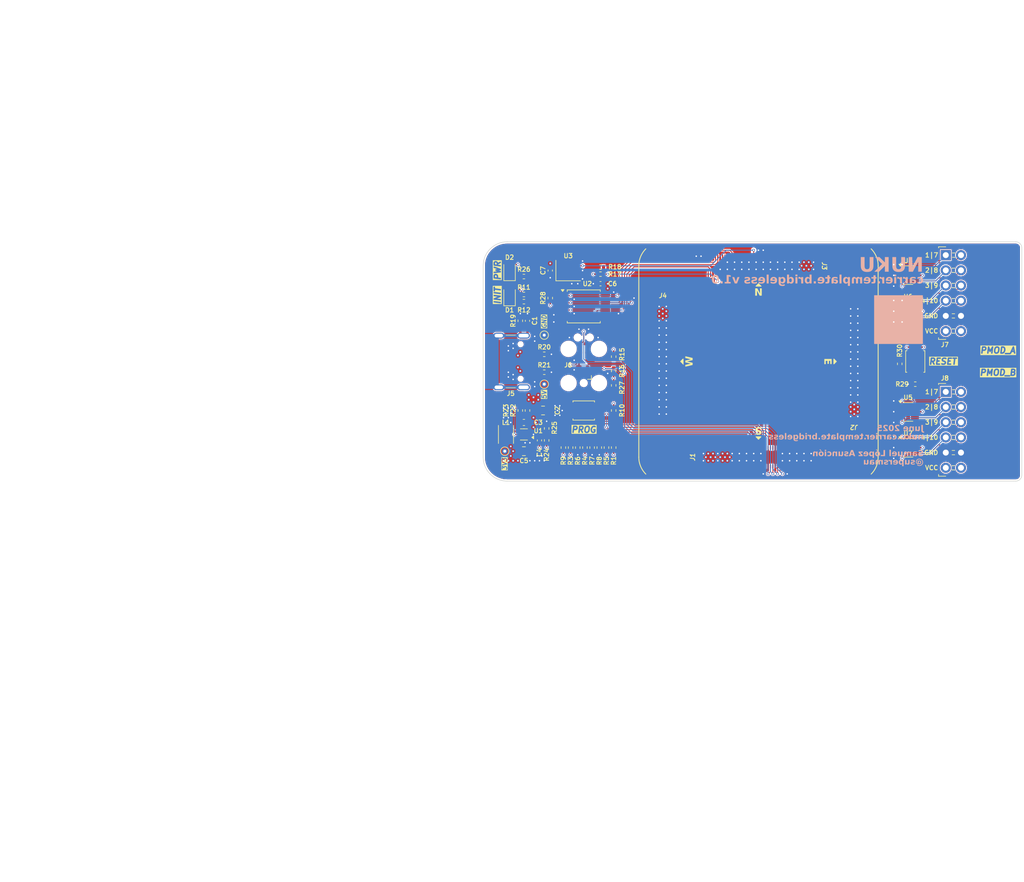
<source format=kicad_pcb>
(kicad_pcb (version 20241229) (generator "pcbnew") (generator_version "9.0")
  (title_block (title "nuku.carrier.template.basic") (date "2025-06-25") (rev "0") (company "Samuel López Asunción") (comment 1 "@supersmau"))
  (layers (0 "F.Cu" signal "L1_(Sig).Cu") (4 "In1.Cu" power "L2_(GND).Cu") (6 "In2.Cu" power "L3_(GND).Cu") (2 "B.Cu" signal "L4_(Sig).Cu") (13 "F.Paste" user) (15 "B.Paste" user) (5 "F.SilkS" user "F.Silkscreen") (7 "B.SilkS" user "B.Silkscreen") (1 "F.Mask" user) (3 "B.Mask" user) (25 "Edge.Cuts" user))
  (net 0 "")
  (net 1 "GND")
  (net 2 "+3V3")
  (net 3 "+5V")
  (net 5 "/power/FB_3V3")
  (net 6 "/core-south-0/CONFIG_PROG")
  (net 7 "/core-south-0/CONFIG_M2")
  (net 8 "SHIELD")
  (net 10 "/core-south-0/PWR_LOOPBACK")
  (net 12 "/core-south-0/CONFIG_M0")
  (net 13 "/core-south-0/JTAG_TDO")
  (net 14 "/core-south-0/JTAG_TMS")
  (net 15 "/core-south-0/MGTP_CLK0_P")
  (net 16 "/core-south-0/MGTP_TX3_P")
  (net 17 "/core-south-0/MGTP_TX0_P")
  (net 18 "/core-south-0/MGTP_RX3_P")
  (net 19 "/core-south-0/JTAG_TDI")
  (net 20 "/core-south-0/MGTP_CLK1_N")
  (net 21 "/core-south-0/MGTP_TX3_N")
  (net 22 "/core-south-0/MGTP_RX2_P")
  (net 24 "/core-south-0/CONFIG_INIT")
  (net 27 "/core-south-0/MGTP_RX3_N")
  (net 29 "/core-south-0/MGTP_TX0_N")
  (net 30 "/core-south-0/CONFIG_DONE")
  (net 31 "/core-south-0/MGTP_RX1_N")
  (net 32 "/core-south-0/MGTP_RX0_P")
  (net 33 "/core-south-0/JTAG_TCK")
  (net 35 "/core-south-0/MGTP_RX1_P")
  (net 37 "/core-south-0/MGTP_RX0_N")
  (net 38 "/core-south-0/MGTP_TX1_P")
  (net 39 "/core-south-0/MGTP_TX2_P")
  (net 40 "/core-south-0/MGTP_RX2_N")
  (net 42 "/core-south-0/MGTP_TX2_N")
  (net 43 "/core-south-0/MGTP_CLK1_P")
  (net 44 "/core-south-0/MGTP_TX1_N")
  (net 45 "/core-south-0/CONFIG_M1")
  (net 46 "/core-east-34/PMOD_B8")
  (net 47 "/core-east-34/IO34_23_N")
  (net 48 "/core-east-34/IO34_25")
  (net 49 "/core-east-34/PMOD_B9")
  (net 50 "/core-east-34/IO34_16_P")
  (net 51 "/core-east-34/IO34_15_P")
  (net 52 "/core-east-34/IO34_13_P")
  (net 53 "/core-east-34/IO34_9_N")
  (net 54 "/core-east-34/RESET")
  (net 55 "/core-east-34/IO34_5_P")
  (net 56 "/core-east-34/IO34_13_N")
  (net 57 "/core-east-34/IO34_14_N")
  (net 58 "/core-east-34/IO34_15_N")
  (net 59 "/core-east-34/PMOD_B10")
  (net 60 "/core-east-34/IO34_23_P")
  (net 61 "/core-east-34/PMOD_A10")
  (net 62 "/core-east-34/IO34_17_N")
  (net 63 "/core-east-34/IO34_3_N")
  (net 64 "/core-east-34/IO34_12_P")
  (net 65 "/core-east-34/IO34_12_N")
  (net 66 "/core-east-34/IO34_19_N")
  (net 67 "/core-east-34/IO34_5_N")
  (net 68 "/core-east-34/IO34_19_P")
  (net 69 "/core-east-34/IO34_16_N")
  (net 70 "/core-east-34/PMOD_A7")
  (net 71 "/core-east-34/IO34_9_P")
  (net 72 "/core-east-34/IO34_7_P")
  (net 73 "/core-east-34/IO34_11_N")
  (net 74 "/core-east-34/IO34_11_P")
  (net 75 "/core-east-34/IO34_3_P")
  (net 76 "/core-east-34/IO34_0")
  (net 77 "/core-east-34/IO34_10_N")
  (net 78 "/core-east-34/PMOD_A9")
  (net 79 "/core-east-34/IO34_21_N")
  (net 80 "/core-east-34/IO34_1_P")
  (net 81 "/core-east-34/IO34_1_N")
  (net 82 "/core-east-34/IO34_7_N")
  (net 83 "/core-east-34/PMOD_B7")
  (net 84 "/core-east-34/PMOD_A8")
  (net 85 "/core-east-34/IO34_21_P")
  (net 86 "/core-east-34/IO34_17_P")
  (net 87 "/core-east-34/IO34_14_P")
  (net 88 "/core-north-14/IO14_21_N")
  (net 89 "/core-north-14/IO14_14_P")
  (net 90 "/core-west-15/IO15_12_P")
  (net 91 "/core-north-14/IO14_14_N")
  (net 92 "/core-north-14/IO14_3_N")
  (net 93 "/core-north-14/IO14_16_N")
  (net 94 "/core-north-14/IO14_9_N")
  (net 95 "/core-north-14/IO14_3_P")
  (net 96 "/core-north-14/IO14_20_N")
  (net 97 "/core-north-14/IO14_16_P")
  (net 98 "/core-north-14/IO14_6_N")
  (net 99 "/core-north-14/IO14_4_N")
  (net 100 "/core-north-14/IO14_11_N")
  (net 101 "/core-north-14/IO14_21_P")
  (net 102 "/core-north-14/IO14_19_N")
  (net 103 "/core-north-14/IO14_22_N")
  (net 104 "/core-north-14/IO14_8_N")
  (net 105 "/core-north-14/IO14_18_P")
  (net 106 "/core-north-14/IO14_9_P")
  (net 107 "/core-north-14/IO14_5_P")
  (net 108 "/core-north-14/IO14_19_P")
  (net 109 "/core-north-14/IO14_13_P")
  (net 110 "/core-north-14/IO14_12_N")
  (net 111 "/core-north-14/IO14_13_N")
  (net 112 "/core-north-14/IO14_17_P")
  (net 113 "/core-north-14/IO14_10_N")
  (net 114 "/core-north-14/IO14_17_N")
  (net 115 "/core-north-14/IO14_11_P")
  (net 116 "/core-north-14/IO14_15_N")
  (net 117 "/core-north-14/IO14_23_N")
  (net 118 "/core-north-14/IO14_7_P")
  (net 119 "/core-north-14/IO14_23_P")
  (net 120 "/core-north-14/IO14_15_P")
  (net 121 "/core-north-14/IO14_8_P")
  (net 122 "/core-north-14/IO14_20_P")
  (net 123 "/core-north-14/IO14_24_N")
  (net 124 "/core-north-14/IO14_7_N")
  (net 125 "/core-north-14/IO14_24_P")
  (net 126 "/core-north-14/IO14_22_P")
  (net 127 "Net-(D2-K)")
  (net 128 "/core-north-14/IO14_10_P")
  (net 129 "/core-north-14/IO14_25")
  (net 130 "/core-north-14/IO14_4_P")
  (net 131 "/core-north-14/IO14_18_N")
  (net 132 "/core-north-14/IO14_0")
  (net 133 "/core-north-14/IO14_5_N")
  (net 134 "/core-west-15/IO15_15_N")
  (net 135 "/core-west-15/IO15_14_N")
  (net 136 "/core-west-15/IO15_4_N")
  (net 137 "/core-west-15/IO15_8_P")
  (net 138 "/core-west-15/IO15_13_P")
  (net 139 "/core-west-15/IO15_21_P")
  (net 140 "/core-west-15/IO15_5_N")
  (net 141 "/core-west-15/IO15_25")
  (net 142 "/core-west-15/IO15_9_N")
  (net 143 "/core-west-15/IO15_18_N")
  (net 144 "/core-west-15/IO15_2_N")
  (net 145 "/core-west-15/IO15_5_P")
  (net 146 "/core-west-15/IO15_20_N")
  (net 147 "/core-west-15/IO15_3_N")
  (net 148 "/core-west-15/IO15_1_N")
  (net 149 "/core-west-15/IO15_18_P")
  (net 150 "/core-west-15/IO15_15_P")
  (net 151 "/core-west-15/IO15_17_P")
  (net 152 "/core-west-15/IO15_3_P")
  (net 153 "/core-west-15/IO15_9_P")
  (net 154 "/core-west-15/IO15_7_N")
  (net 155 "/core-west-15/IO15_23_N")
  (net 156 "/core-south-0/PGOOD")
  (net 157 "/core-west-15/IO15_23_P")
  (net 158 "/core-west-15/IO15_16_N")
  (net 159 "/core-west-15/IO15_14_P")
  (net 160 "/core-west-15/IO15_13_N")
  (net 161 "/core-west-15/IO15_17_N")
  (net 162 "/core-west-15/IO15_24_N")
  (net 163 "/core-west-15/IO15_7_P")
  (net 164 "/core-west-15/IO15_22_N")
  (net 165 "/core-west-15/IO15_4_P")
  (net 166 "/core-west-15/IO15_21_N")
  (net 167 "/core-west-15/IO15_11_N")
  (net 168 "/core-west-15/IO15_22_P")
  (net 169 "/core-west-15/IO15_2_P")
  (net 170 "/core-west-15/IO15_19_P")
  (net 171 "/core-west-15/IO15_19_N")
  (net 172 "/core-west-15/IO15_24_P")
  (net 173 "/core-west-15/IO15_6_N")
  (net 174 "/core-west-15/IO15_20_P")
  (net 175 "/core-west-15/IO15_0")
  (net 176 "Net-(D1-K)")
  (net 177 "/core-west-15/IO15_16_P")
  (net 178 "/core-west-15/IO15_6_P")
  (net 179 "/core-west-15/IO15_11_P")
  (net 180 "/core-west-15/IO15_1_P")
  (net 181 "/core-west-15/IO15_8_N")
  (net 182 "/core-south-0/CONFIG_CFGBVS")
  (net 183 "/core-west-15/IO15_12_N")
  (net 184 "/core-west-15/IO15_10_N")
  (net 185 "/core-west-15/IO15_10_P")
  (net 189 "/config/CONFIG_CLK")
  (net 190 "Net-(J5-CC1)")
  (net 192 "/jtag/JTAG_HALT")
  (net 193 "Net-(J5-CC2)")
  (net 196 "/jtag/JTAG_VREF")
  (net 197 "Net-(R29-Pad2)")
  (net 198 "/power/SW_3V3")
  (net 199 "/power/EN_3V3")
  (net 201 "/config/CONFIG_FCS_B")
  (net 202 "/power/PG_3V3")
  (net 203 "/config/CONFIG_MOSI_D00")
  (net 204 "/config/CONFIG_DIN_D01")
  (net 205 "/config/CONFIG_D03")
  (net 206 "/config/CONFIG_D02")
  (net 207 "/config/CLK")
  (net 208 "/core-east-34/PMOD_B4")
  (net 209 "/core-east-34/PMOD_B2")
  (net 210 "/core-east-34/PMOD_B1")
  (net 211 "/core-east-34/PMOD_B3")
  (net 212 "/core-east-34/PMOD_A2")
  (net 213 "/core-east-34/PMOD_A1")
  (net 214 "/core-east-34/PMOD_A4")
  (net 215 "/core-east-34/PMOD_A3")
  (net 216 "/core-south-0/MGTP_CLK0_N")
  (footprint "Package_TO_SOT_SMD:SOT-23-6" (layer "F.Cu") (at 173.5 119.43)
    (property "Reference" "U7")
    (property "Value" "SRV05-4")
  )
  (footprint "Resistor_SMD:R_0402_1005Metric" (layer "F.Cu") (at 109.3 93.8 180)
    (property "Reference" "R11")
    (property "Value" "4k7")
  )
  (footprint "Package_TO_SOT_SMD:SOT-23-6" (layer "F.Cu") (at 173.5 113.43)
    (property "Reference" "U5")
    (property "Value" "SRV05-4")
  )
  (footprint "Crystal:Crystal_SMD_3225-4Pin_3.2x2.5mm" (layer "F.Cu") (at 116.7 89.8)
    (property "Reference" "U3")
    (property "Value" "OT3225100MJBA4SL")
  )
  (footprint "Resistor_SMD:R_0402_1005Metric" (layer "F.Cu") (at 124.3 104.2 90)
    (property "Reference" "R15")
    (property "Value" "10k")
  )
  (footprint "Resistor_SMD:R_0402_1005Metric" (layer "F.Cu") (at 119.5 119.4 -90)
    (property "Reference" "R4")
    (property "Value" "1k")
  )
  (footprint "Resistor_SMD:R_0402_1005Metric" (layer "F.Cu") (at 124.3 109 -90)
    (property "Reference" "R27")
    (property "Value" "0")
  )
  (footprint "Resistor_SMD:R_0402_1005Metric" (layer "F.Cu") (at 108.7 113.2 90)
    (property "Reference" "R23")
    (property "Value" "200k")
  )
  (footprint "Resistor_SMD:R_0402_1005Metric" (layer "F.Cu") (at 113.7 94.4 90)
    (property "Reference" "R28")
    (property "Value" "4k7")
  )
  (footprint "Resistor_SMD:R_0402_1005Metric" (layer "F.Cu") (at 121.9 119.4 90)
    (property "Reference" "R8")
    (property "Value" "1k")
  )
  (footprint "Resistor_SMD:R_0402_1005Metric" (layer "F.Cu") (at 108.7 98.2 90)
    (property "Reference" "R19")
    (property "Value" "1M")
  )
  (footprint "Capacitor_SMD:C_0402_1005Metric" (layer "F.Cu") (at 113.7 89.8 -90)
    (property "Reference" "C7")
    (property "Value" "470n")
  )
  (footprint "Resistor_SMD:R_0402_1005Metric" (layer "F.Cu") (at 124.3 106.6 -90)
    (property "Reference" "R16")
    (property "Value" "10k")
  )
  (footprint "Resistor_SMD:R_0402_1005Metric" (layer "F.Cu") (at 109.9 113.2 -90)
    (property "Reference" "R22")
    (property "Value" "100k")
  )
  (footprint "Resistor_SMD:R_0402_1005Metric" (layer "F.Cu") (at 113.1 118.2 -90)
    (property "Reference" "R24")
    (property "Value" "100k")
  )
  (footprint "nuku:DF40C-90DS-0.4V" (layer "F.Cu") (at 132.5 105)
    (property "Reference" "J4")
    (property "Value" "DF40C-90DS-0.4V" (hide yes))
  )
  (footprint "LED_SMD:LED_0805_2012Metric" (layer "F.Cu") (at 106.9 94 90)
    (property "Reference" "D1")
    (property "Value" "INIT")
  )
  (footprint "Capacitor_SMD:C_0402_1005Metric" (layer "F.Cu") (at 109.9 98.2 -90)
    (property "Reference" "C1")
    (property "Value" "470n")
  )
  (footprint "TestPoint:TestPoint_THTPad_D1.0mm_Drill0.5mm" (layer "F.Cu") (at 106.1 120 -90)
    (property "Reference" "3V3")
    (property "Value" "TestPoint_THTPad_D1.0mm_Drill0.5mm")
  )
  (footprint "nuku:DF40C-90DS-0.4V" (layer "F.Cu") (at 148.5 89 -90)
    (property "Reference" "J3")
    (property "Value" "DF40C-90DS-0.4V" (hide yes))
  )
  (footprint "Resistor_SMD:R_0402_1005Metric" (layer "F.Cu") (at 117.1 119.4 -90)
    (property "Reference" "R3")
    (property "Value" "1k")
  )
  (footprint "Resistor_SMD:R_0402_1005Metric" (layer "F.Cu") (at 109.3 95 180)
    (property "Reference" "R12")
    (property "Value" "1k")
  )
  (footprint "nuku:DF40C-90DS-0.4V" (layer "F.Cu") (at 164.5 105 180)
    (property "Reference" "J2")
    (property "Value" "DF40C-90DS-0.4V" (hide yes))
  )
  (footprint "Resistor_SMD:R_0402_1005Metric" (layer "F.Cu") (at 112.7 103.8 180)
    (property "Reference" "R20")
    (property "Value" "5k1")
  )
  (footprint "Capacitor_SMD:C_0805_2012Metric" (layer "F.Cu") (at 109.3 120)
    (property "Reference" "C5")
    (property "Value" "47u")
  )
  (footprint "Resistor_SMD:R_0402_1005Metric" (layer "F.Cu") (at 172.1 105.4 -90)
    (property "Reference" "R30")
    (property "Value" "4k7")
  )
  (footprint "nuku:DF40C-90DS-0.4V" (layer "F.Cu") (at 148.5 121 90)
    (property "Reference" "J1")
    (property "Value" "DF40C-90DS-0.4V" (hide yes))
  )
  (footprint "Capacitor_SMD:C_0402_1005Metric" (layer "F.Cu") (at 122.1 92 180)
    (property "Reference" "C6")
    (property "Value" "470n")
  )
  (footprint "Resistor_SMD:R_0402_1005Metric" (layer "F.Cu") (at 113.1 116.2 -90)
    (property "Reference" "R25")
    (property "Value" "22k")
  )
  (footprint "Resistor_SMD:R_0402_1005Metric" (layer "F.Cu") (at 122.1 90.4 180)
    (property "Reference" "R17")
    (property "Value" "1k")
  )
  (footprint "TestPoint:TestPoint_THTPad_D1.0mm_Drill0.5mm" (layer "F.Cu") (at 112.7 100.6 90)
    (property "Reference" "GND")
    (property "Value" "TestPoint_THTPad_D1.0mm_Drill0.5mm")
  )
  (footprint "Resistor_SMD:R_0402_1005Metric" (layer "F.Cu") (at 115.9 119.4 -90)
    (property "Reference" "R9")
    (property "Value" "330")
  )
  (footprint "Package_TO_SOT_SMD:SOT-23-6" (layer "F.Cu") (at 173.5 96.57)
    (property "Reference" "U6")
    (property "Value" "SRV05-4")
  )
  (footprint "Resistor_SMD:R_0402_1005Metric" (layer "F.Cu") (at 124.3 119.4 90)
    (property "Reference" "R1")
    (property "Value" "0")
  )
  (footprint "Package_TO_SOT_SMD:SOT-23-6" (layer "F.Cu") (at 173.5 90.57)
    (property "Reference" "U4")
    (property "Value" "SRV05-4")
  )
  (footprint "Resistor_SMD:R_0402_1005Metric" (layer "F.Cu") (at 120.7 119.4 90)
    (property "Reference" "R7")
    (property "Value" "1k")
  )
  (footprint "LED_SMD:LED_0805_2012Metric" (layer "F.Cu") (at 106.9 89.8 90)
    (property "Reference" "D2")
    (property "Value" "PWR")
  )
  (footprint "Inductor_SMD:L_Changjiang_FNR252010S" (layer "F.Cu") (at 106.3 117.2 -90)
    (property "Reference" "L1")
    (property "Value" "1u")
  )
  (footprint "Resistor_SMD:R_0402_1005Metric" (layer "F.Cu") (at 124.3 113.2 90)
    (property "Reference" "R10")
    (property "Value" "4k7")
  )
  (footprint "nuku:TYPE-C16PIN" (layer "F.Cu") (at 102.5 105 -90)
    (property "Reference" "J5")
    (property "Value" "USB_C_Receptacle_USB2.0_16P")
  )
  (footprint "nuku:PMOD_PinSocket_2x06_P2.54mm_Horizontal" (layer "F.Cu") (at 192.5 116.43)
    (property "Reference" "J8")
    (property "Value" "PMOD_B")
  )
  (footprint "Resistor_SMD:R_0402_1005Metric" (layer "F.Cu") (at 122.1 89.2)
    (property "Reference" "R18")
    (property "Value" "1k")
  )
  (footprint "nuku:PMOD_PinSocket_2x06_P2.54mm_Horizontal" (layer "F.Cu") (at 192.5 93.57)
    (property "Reference" "J7")
    (property "Value" "PMOD_A")
  )
  (footprint "Capacitor_SMD:C_0402_1005Metric" (layer "F.Cu") (at 111.9 118.2 90)
    (property "Reference" "C4")
    (property "Value" "33p")
  )
  (footprint "Connector:Tag-Connect_TC2050-IDC-FP_2x05_P1.27mm_Vertical" (layer "F.Cu") (at 119.3 104.8 90)
    (property "Reference" "J6")
    (property "Value" "TC2050")
  )
  (footprint "nuku:TS-1088-AR02016" (layer "F.Cu") (at 119.3 113.2)
    (property "Reference" "SW1" (hide yes))
    (property "Value" "PROG")
  )
  (footprint "Resistor_SMD:R_0402_1005Metric" (layer "F.Cu") (at 123.1 119.4 -90)
    (property "Reference" "R5")
    (property "Value" "1k")
  )
  (footprint "nuku:TS-1088-AR02016" (layer "F.Cu") (at 174.7 105 90)
    (property "Reference" "SW2" (hide yes))
    (property "Value" "RESET")
  )
  (footprint "Resistor_SMD:R_0402_1005Metric" (layer "F.Cu") (at 109.3 90.8 180)
    (property "Reference" "R26")
    (property "Value" "1k")
  )
  (footprint "Resistor_SMD:R_0402_1005Metric" (layer "F.Cu") (at 174.7 108.8)
    (property "Reference" "R29")
    (property "Value" "4k7")
  )
  (footprint "Package_TO_SOT_SMD:SOT-563" (layer "F.Cu") (at 109.3 117.2 180)
    (property "Reference" "U1")
    (property "Value" "AP61302")
  )
  (footprint "Package_SO:SOIC-8_5.3x5.3mm_P1.27mm" (layer "F.Cu") (at 119.3 95.8)
    (property "Reference" "U2")
    (property "Value" "IS25LP064A")
  )
  (footprint "Capacitor_SMD:C_0805_2012Metric" (layer "F.Cu") (at 112.5 113.2)
    (property "Reference" "C2")
    (property "Value" "47u")
  )
  (footprint "TestPoint:TestPoint_THTPad_D1.0mm_Drill0.5mm" (layer "F.Cu") (at 112.7 108.8 -90)
    (property "Reference" "5V")
    (property "Value" "TestPoint_THTPad_D1.0mm_Drill0.5mm")
  )
  (footprint "Resistor_SMD:R_0402_1005Metric" (layer "F.Cu") (at 118.3 119.4 90)
    (property "Reference" "R6")
    (property "Value" "1k")
  )
  (footprint "Resistor_SMD:R_0402_1005Metric" (layer "F.Cu") (at 112.7 106.8 180)
    (property "Reference" "R21")
    (property "Value" "5k1")
  )
  (footprint "Capacitor_SMD:C_0603_1608Metric" (layer "F.Cu") (at 109.3 115.2 180)
    (property "Reference" "C3")
    (property "Value" "4u7")
  )
  (gr_arc (start 168.5 121) (mid 168.195518 122.530734) (end 167.328427 123.828427) (stroke (width 0.15)) (layer "F.SilkS"))
  (gr_poly (pts (xy 161.1 104.6) (xy 161.5 105) (xy 161.1 105.4)) (stroke (width 0.15)) (fill yes) (layer "F.SilkS"))
  (gr_poly (pts (xy 148.9 117.6) (xy 148.5 118) (xy 148.1 117.6)) (stroke (width 0.15)) (fill yes) (layer "F.SilkS"))
  (gr_line (start 128.5 121) (end 128.5 89) (stroke (width 0.15)) (layer "F.SilkS"))
  (gr_arc (start 128.5 89) (mid 128.804482 87.469266) (end 129.671573 86.171573) (stroke (width 0.15)) (layer "F.SilkS"))
  (gr_line (start 168.5 89) (end 168.5 121) (stroke (width 0.15)) (layer "F.SilkS"))
  (gr_poly (pts (xy 135.9 105.4) (xy 135.5 105) (xy 135.9 104.6)) (stroke (width 0.15)) (fill yes) (layer "F.SilkS"))
  (gr_arc (start 167.328427 86.171573) (mid 168.195518 87.469266) (end 168.5 89) (stroke (width 0.15)) (layer "F.SilkS"))
  (gr_arc (start 129.671573 123.828427) (mid 128.804482 122.530734) (end 128.5 121) (stroke (width 0.15)) (layer "F.SilkS"))
  (gr_poly (pts (xy 148.1 92.4) (xy 148.5 92) (xy 148.9 92.4)) (stroke (width 0.15)) (fill yes) (layer "F.SilkS"))
  (gr_rect (start 167.9 94) (end 175.9 102) (stroke (width 0.15)) (fill yes) (layer "B.SilkS"))
  (gr_arc (start 192.5 124) (mid 192.207107 124.707107) (end 191.5 125) (stroke (width 0.1)) (layer "Edge.Cuts"))
  (gr_line (start 192.5 86) (end 192.5 124) (stroke (width 0.1)) (layer "Edge.Cuts"))
  (gr_line (start 106.5 85) (end 191.5 85) (stroke (width 0.1)) (layer "Edge.Cuts"))
  (gr_arc (start 106.5 125) (mid 103.671573 123.828427) (end 102.5 121) (stroke (width 0.1)) (layer "Edge.Cuts"))
  (gr_line (start 102.5 121) (end 102.5 89) (stroke (width 0.1)) (layer "Edge.Cuts"))
  (gr_arc (start 191.5 85) (mid 192.207107 85.292893) (end 192.5 86) (stroke (width 0.1)) (layer "Edge.Cuts"))
  (gr_line (start 191.5 125) (end 106.5 125) (stroke (width 0.1)) (layer "Edge.Cuts"))
  (gr_arc (start 102.5 89) (mid 103.671573 86.171573) (end 106.5 85) (stroke (width 0.1)) (layer "Edge.Cuts"))
  (gr_text "W" (at 137.7 105 90) (layer "F.SilkS") (effects (font (size 1.2 1.2) (thickness 0.25) (italic yes)) (justify bottom)))
  (gr_text "N" (at 148.5 94.2 0) (layer "F.SilkS") (effects (font (size 1.2 1.2) (thickness 0.25) (italic yes)) (justify bottom)))
  (gr_text "E" (at 159.3 105 270) (layer "F.SilkS") (effects (font (size 1.2 1.2) (thickness 0.25) (italic yes)) (justify bottom)))
  (gr_text "S" (at 148.5 115.8 180) (layer "F.SilkS") (effects (font (size 1.2 1.2) (thickness 0.25) (italic yes)) (justify bottom)))
  (gr_text "carrier.template.bridgeless v1.0" (at 176.1 92.2 0) (layer "B.SilkS") (effects (font (size 1.4 1.4) (thickness 0.25) (italic yes)) (justify left bottom mirror)))
  (gr_text "June 2025" (at 176.1 116.8 0) (layer "B.SilkS") (effects (font (size 1 1) (thickness 0.25) (italic yes)) (justify left bottom mirror)))
  (gr_text "nuku.carrier.template.bridgeless" (at 176.1 118.2 0) (layer "B.SilkS") (effects (font (size 1 1) (thickness 0.25) (italic yes)) (justify left bottom mirror)))
  (gr_text "NUKU" (at 176.1 90.4 0) (layer "B.SilkS") (effects (font (size 2.4 2.4) (thickness 0.25) (italic yes)) (justify left bottom mirror)))
  (gr_text "@supersmau" (at 176.1 122.4 0) (layer "B.SilkS") (effects (font (size 1 1) (thickness 0.25) (italic yes)) (justify left bottom mirror)))
  (gr_text "Samuel López Asunción" (at 176.1 121 0) (layer "B.SilkS") (effects (font (size 1 1) (thickness 0.25) (italic yes)) (justify left bottom mirror)))
  (segment (start 144.1 122.54) (end 144.1 121.6) (width 0.15) (layer "F.Cu") (net 1))
  (segment (start 144.1 119.46) (end 144.1 120.4) (width 0.15) (layer "F.Cu") (net 1))
  (segment (start 141.7 122.54) (end 141.7 121.6) (width 0.15) (layer "F.Cu") (net 1))
  (segment (start 141.7 119.46) (end 141.7 120.4) (width 0.15) (layer "F.Cu") (net 1))
  (via (at 163.9 110.6) (size 0.45) (drill 0.25) (layers "F.Cu" "B.Cu") (net 1))
  (via (at 133.1 95.8) (size 0.45) (drill 0.25) (layers "F.Cu" "B.Cu") (net 1))
  (via (at 111.1 121.6) (size 0.45) (drill 0.25) (layers "F.Cu" "B.Cu") (net 1))
  (via (at 163.9 98.6) (size 0.45) (drill 0.25) (layers "F.Cu" "B.Cu") (net 1))
  (via (at 150.5 88.4) (size 0.45) (drill 0.25) (layers "F.Cu" "B.Cu") (net 1))
  (via (at 163.9 96.2) (size 0.45) (drill 0.25) (layers "F.Cu" "B.Cu") (net 1))
  (via (at 114.9 113.2) (size 0.45) (drill 0.25) (layers "F.Cu" "B.Cu") (net 1))
  (via (at 155.3 89.6) (size 0.45) (drill 0.25) (layers "F.Cu" "B.Cu") (net 1))
  (via (at 154.1 88.4) (size 0.45) (drill 0.25) (layers "F.Cu" "B.Cu") (net 1))
  (via (at 155.3 88.4) (size 0.45) (drill 0.25) (layers "F.Cu" "B.Cu") (net 1))
  (via (at 154.9 120.4) (size 0.45) (drill 0.25) (layers "F.Cu" "B.Cu") (net 1))
  (via (at 131.9 103) (size 0.45) (drill 0.25) (layers "F.Cu" "B.Cu") (net 1))
  (via (at 131.9 100.6) (size 0.45) (drill 0.25) (layers "F.Cu" "B.Cu") (net 1))
  (via (at 112.7 121.6) (size 0.45) (drill 0.25) (layers "F.Cu" "B.Cu") (net 1))
  (via (at 111.9 121.6) (size 0.45) (drill 0.25) (layers "F.Cu" "B.Cu") (net 1))
  (via (at 125.3 106.2) (size 0.45) (drill 0.25) (layers "F.Cu" "B.Cu") (net 1))
  (via (at 171.1 111.6) (size 0.45) (drill 0.25) (layers "F.Cu" "B.Cu") (net 1))
  (via (at 165.1 108.2) (size 0.45) (drill 0.25) (layers "F.Cu" "B.Cu") (net 1))
  (via (at 165.1 105.8) (size 0.45) (drill 0.25) (layers "F.Cu" "B.Cu") (net 1))
  (via (at 123.3 107) (size 0.45) (drill 0.25) (layers "F.Cu" "B.Cu") (net 1))
  (via (at 144.5 88.4) (size 0.45) (drill 0.25) (layers "F.Cu" "B.Cu") (net 1))
  (via (at 106.7 112.8) (size 0.45) (drill 0.25) (layers "F.Cu" "B.Cu") (net 1))
  (via (at 133.1 99.4) (size 0.45) (drill 0.25) (layers "F.Cu" "B.Cu") (net 1))
  (via (at 146.9 88.4) (size 0.45) (drill 0.25) (layers "F.Cu" "B.Cu") (net 1))
  (via (at 131.9 106.6) (size 0.45) (drill 0.25) (layers "F.Cu" "B.Cu") (net 1))
  (via (at 165.1 110.6) (size 0.45) (drill 0.25) (layers "F.Cu" "B.Cu") (net 1))
  (via (at 165.1 96.2) (size 0.45) (drill 0.25) (layers "F.Cu" "B.Cu") (net 1))
  (via (at 150.5 89.6) (size 0.45) (drill 0.25) (layers "F.Cu" "B.Cu") (net 1))
  (via (at 133.1 100.6) (size 0.45) (drill 0.25) (layers "F.Cu" "B.Cu") (net 1))
  (via (at 111.1 100.8) (size 0.45) (drill 0.25) (layers "F.Cu" "B.Cu") (net 1))
  (via (at 131.9 99.4) (size 0.45) (drill 0.25) (layers "F.Cu" "B.Cu") (net 1))
  (via (at 125.1 97) (size 0.45) (drill 0.25) (layers "F.Cu" "B.Cu") (net 1))
  (via (at 110.3 121.6) (size 0.45) (drill 0.25) (layers "F.Cu" "B.Cu") (net 1))
  (via (at 107.1 115.2) (size 0.45) (drill 0.25) (layers "F.Cu" "B.Cu") (net 1))
  (via (at 121.7 101) (size 0.45) (drill 0.25) (layers "F.Cu" "B.Cu") (net 1))
  (via (at 147.7 120.4) (size 0.45) (drill 0.25) (layers "F.Cu" "B.Cu") (net 1))
  (via (at 171.1 115.2) (size 0.45) (drill 0.25) (layers "F.Cu" "B.Cu") (net 1))
  (via (at 119.1 91.2) (size 0.45) (drill 0.25) (layers "F.Cu" "B.Cu") (net 1))
  (via (at 133.1 98.2) (size 0.45) (drill 0.25) (layers "F.Cu" "B.Cu") (net 1))
  (via (at 171.1 96.6) (size 0.45) (drill 0.25) (layers "F.Cu" "B.Cu") (net 1))
  (via (at 105.9 112.8) (size 0.45) (drill 0.25) (layers "F.Cu" "B.Cu") (net 1))
  (via (at 149.3 88.4) (size 0.45) (drill 0.25) (layers "F.Cu" "B.Cu") (net 1))
  (via (at 154.9 121.6) (size 0.45) (drill 0.25) (layers "F.Cu" "B.Cu") (net 1))
  (via (at 133.1 107.8) (size 0.45) (drill 0.25) (layers "F.Cu" "B.Cu") (net 1))
  (via (at 163.9 105.8) (size 0.45) (drill 0.25) (layers "F.Cu" "B.Cu") (net 1))
  (via (at 171.1 94.8) (size 0.45) (drill 0.25) (layers "F.Cu" "B.Cu") (net 1))
  (via (at 113.9 106.8) (size 0.45) (drill 0.25) (layers "F.Cu" "B.Cu") (net 1))
  (via (at 146.5 120.4) (size 0.45) (drill 0.25) (layers "F.Cu" "B.Cu") (net 1))
  (via (at 131.9 95.8) (size 0.45) (drill 0.25) (layers "F.Cu" "B.Cu") (net 1))
  (via (at 111.1 108.4) (size 0.45) (drill 0.25) (layers "F.Cu" "B.Cu") (net 1))
  (via (at 114.3 97.2) (size 0.45) (drill 0.25) (layers "F.Cu" "B.Cu") (net 1))
  (via (at 117.3 92) (size 0.45) (drill 0.25) (layers "F.Cu" "B.Cu") (net 1))
  (via (at 153.3 123.8) (size 0.45) (drill 0.25) (layers "F.Cu" "B.Cu") (net 1))
  (via (at 133.1 110.2) (size 0.45) (drill 0.25) (layers "F.Cu" "B.Cu") (net 1))
  (via (at 131.9 105.4) (size 0.45) (drill 0.25) (layers "F.Cu" "B.Cu") (net 1))
  (via (at 139.3 120.4) (size 0.45) (drill 0.25) (layers "F.Cu" "B.Cu") (net 1))
  (via (at 146.9 89.6) (size 0.45) (drill 0.25) (layers "F.Cu" "B.Cu") (net 1))
  (via (at 131.9 109) (size 0.45) (drill 0.25) (layers "F.Cu" "B.Cu") (net 1))
  (via (at 106.7 103.2) (size 0.45) (drill 0.25) (layers "F.Cu" "B.Cu") (net 1))
  (via (at 131.9 107.8) (size 0.45) (drill 0.25) (layers "F.Cu" "B.Cu") (net 1))
  (via (at 163.9 101) (size 0.45) (drill 0.25) (layers "F.Cu" "B.Cu") (net 1))
  (via (at 111.1 109.2) (size 0.45) (drill 0.25) (layers "F.Cu" "B.Cu") (net 1))
  (via (at 165.1 107) (size 0.45) (drill 0.25) (layers "F.Cu" "B.Cu") (net 1))
  (via (at 115.3 114) (size 0.45) (drill 0.25) (layers "F.Cu" "B.Cu") (net 1))
  (via (at 109.9 97) (size 0.45) (drill 0.25) (layers "F.Cu" "B.Cu") (net 1))
  (via (at 165.1 98.6) (size 0.45) (drill 0.25) (layers "F.Cu" "B.Cu") (net 1))
  (via (at 131.9 111.4) (size 0.45) (drill 0.25) (layers "F.Cu" "B.Cu") (net 1))
  (via (at 118.5 99.6) (size 0.45) (drill 0.25) (layers "F.Cu" "B.Cu") (net 1))
  (via (at 121.9 120.6) (size 0.45) (drill 0.25) (layers "F.Cu" "B.Cu") (net 1))
  (via (at 133.1 104.2) (size 0.45) (drill 0.25) (layers "F.Cu" "B.Cu") (net 1))
  (via (at 105.9 114.4) (size 0.45) (drill 0.25) (layers "F.Cu" "B.Cu") (net 1))
  (via (at 157.3 120.4) (size 0.45) (drill 0.25) (layers "F.Cu" "B.Cu") (net 1))
  (via (at 143.3 89.6) (size 0.45) (drill 0.25) (layers "F.Cu" "B.Cu") (net 1))
  (via (at 117.7 104.8) (size 0.45) (drill 0.25) (layers "F.Cu" "B.Cu") (net 1))
  (via (at 142.1 89.6) (size 0.45) (drill 0.25) (layers "F.Cu" "B.Cu") (net 1))
  (via (at 114.5 114) (size 0.45) (drill 0.25) (layers "F.Cu" "B.Cu") (net 1))
  (via (at 165.1 97.4) (size 0.45) (drill 0.25) (layers "F.Cu" "B.Cu") (net 1))
  (via (at 149.3 86.4) (size 0.45) (drill 0.25) (layers "F.Cu" "B.Cu") (net 1))
  (via (at 151.7 88.4) (size 0.45) (drill 0.25) (layers "F.Cu" "B.Cu") (net 1))
  (via (at 144.5 89.6) (size 0.45) (drill 0.25) (layers "F.Cu" "B.Cu") (net 1))
  (via (at 110.3 118.6) (size 0.45) (drill 0.25) (layers "F.Cu" "B.Cu") (net 1))
  (via (at 106.7 107.6) (size 0.45) (drill 0.25) (layers "F.Cu" "B.Cu") (net 1))
  (via (at 138.1 87.4) (size 0.45) (drill 0.25) (layers "F.Cu" "B.Cu") (net 1))
  (via (at 163.9 102.2) (size 0.45) (drill 0.25) (layers "F.Cu" "B.Cu") (net 1))
  (via (at 141.7 121.6) (size 0.45) (drill 0.25) (layers "F.Cu" "B.Cu") (net 1))
  (via (at 118.3 120.6) (size 0.45) (drill 0.25) (layers "F.Cu" "B.Cu") (net 1))
  (via (at 173.5 108.8) (size 0.45) (drill 0.25) (layers "F.Cu" "B.Cu") (net 1))
  (via (at 156.1 121.6) (size 0.45) (drill 0.25) (layers "F.Cu" "B.Cu") (net 1))
  (via (at 108.7 97) (size 0.45) (drill 0.25) (layers "F.Cu" "B.Cu") (net 1))
  (via (at 163.9 108.2) (size 0.45) (drill 0.25) (layers "F.Cu" "B.Cu") (net 1))
  (via (at 139.3 121.6) (size 0.45) (drill 0.25) (layers "F.Cu" "B.Cu") (net 1))
  (via (at 152.5 120.4) (size 0.45) (drill 0.25) (layers "F.Cu" "B.Cu") (net 1))
  (via (at 163.9 109.4) (size 0.45) (drill 0.25) (layers "F.Cu" "B.Cu") (net 1))
  (via (at 157.3 121.6) (size 0.45) (drill 0.25) (layers "F.Cu" "B.Cu") (net 1))
  (via (at 143.3 88.4) (size 0.45) (drill 0.25) (layers "F.Cu" "B.Cu") (net 1))
  (via (at 114.5 112.4) (size 0.45) (drill 0.25) (layers "F.Cu" "B.Cu") (net 1))
  (via (at 152.9 89.6) (size 0.45) (drill 0.25) (layers "F.Cu" "B.Cu") (net 1))
  (via (at 113.9 103.8) (size 0.45) (drill 0.25) (layers "F.Cu" "B.Cu") (net 1))
  (via (at 106.7 114.4) (size 0.45) (drill 0.25) (layers "F.Cu" "B.Cu") (net 1))
  (via (at 107.5 107.2) (size 0.45) (drill 0.25) (layers "F.Cu" "B.Cu") (net 1))
  (via (at 171.1 92.4) (size 0.45) (drill 0.25) (layers "F.Cu" "B.Cu") (net 1))
  (via (at 145.3 120.4) (size 0.45) (drill 0.25) (layers "F.Cu" "B.Cu") (net 1))
  (via (at 131.9 110.2) (size 0.45) (drill 0.25) (layers "F.Cu" "B.Cu") (net 1))
  (via (at 107.5 102.8) (size 0.45) (drill 0.25) (layers "F.Cu" "B.Cu") (net 1))
  (via (at 149.3 123.8) (size 0.45) (drill 0.25) (layers "F.Cu" "B.Cu") (net 1))
  (via (at 109.5 118.6) (size 0.45) (drill 0.25) (layers "F.Cu" "B.Cu") (net 1))
  (via (at 153.7 120.4) (size 0.45) (drill 0.25) (layers "F.Cu" "B.Cu") (net 1))
  (via (at 163.9 99.8) (size 0.45) (drill 0.25) (layers "F.Cu" "B.Cu") (net 1))
  (via (at 133.1 101.8) (size 0.45) (drill 0.25) (layers "F.Cu" "B.Cu") (net 1))
  (via (at 163.9 97.4) (size 0.45) (drill 0.25) (layers "F.Cu" "B.Cu") (net 1))
  (via (at 115.3 112.4) (size 0.45) (drill 0.25) (layers "F.Cu" "B.Cu") (net 1))
  (via (at 144.1 120.4) (size 0.45) (drill 0.25) (layers "F.Cu" "B.Cu") (net 1))
  (via (at 127.7 94.4) (size 0.45) (drill 0.25) (layers "F.Cu" "B.Cu") (net 1))
  (via (at 171.1 119.4) (size 0.45) (drill 0.25) (layers "F.Cu" "B.Cu") (net 1))
  (via (at 171.1 121.2) (size 0.45) (drill 0.25) (layers "F.Cu" "B.Cu") (net 1))
  (via (at 124.3 93.4) (size 0.45) (drill 0.25) (layers "F.Cu" "B.Cu") (net 1))
  (via (at 111.1 101.6) (size 0.45) (drill 0.25) (layers "F.Cu" "B.Cu") (net 1))
  (via (at 163.9 104.6) (size 0.45) (drill 0.25) (layers "F.Cu" "B.Cu") (net 1))
  (via (at 148.5 86.4) (size 0.45) (drill 0.25) (layers "F.Cu" "B.Cu") (net 1))
  (via (at 153.7 121.6) (size 0.45) (drill 0.25) (layers "F.Cu" "B.Cu") (net 1))
  (via (at 152.5 121.6) (size 0.45) (drill 0.25) (layers "F.Cu" "B.Cu") (net 1))
  (via (at 148.9 120.4) (size 0.45) (drill 0.25) (layers "F.Cu" "B.Cu") (net 1))
  (via (at 117.7 106.4) (size 0.45) (drill 0.25) (layers "F.Cu" "B.Cu") (net 1))
  (via (at 115.7 113.2) (size 0.45) (drill 0.25) (layers "F.Cu" "B.Cu") (net 1))
  (via (at 131.9 101.8) (size 0.45) (drill 0.25) (layers "F.Cu" "B.Cu") (net 1))
  (via (at 133.1 109) (size 0.45) (drill 0.25) (layers "F.Cu" "B.Cu") (net 1))
  (via (at 163.9 114.2) (size 0.45) (drill 0.25) (layers "F.Cu" "B.Cu") (net 1))
  (via (at 165.1 111.8) (size 0.45) (drill 0.25) (layers "F.Cu" "B.Cu") (net 1))
  (via (at 114.3 98.4) (size 0.45) (drill 0.25) (layers "F.Cu" "B.Cu") (net 1))
  (via (at 120.9 92) (size 0.45) (drill 0.25) (layers "F.Cu" "B.Cu") (net 1))
  (via (at 119.1 89.8) (size 0.45) (drill 0.25) (layers "F.Cu" "B.Cu") (net 1))
  (via (at 171.1 117.6) (size 0.45) (drill 0.25) (layers "F.Cu" "B.Cu") (net 1))
  (via (at 113.1 115) (size 0.45) (drill 0.25) (layers "F.Cu" "B.Cu") (net 1))
  (via (at 133.1 103) (size 0.45) (drill 0.25) (layers "F.Cu" "B.Cu") (net 1))
  (via (at 152.9 88.4) (size 0.45) (drill 0.25) (layers "F.Cu" "B.Cu") (net 1))
  (via (at 171.1 88.8) (size 0.45) (drill 0.25) (layers "F.Cu" "B.Cu") (net 1))
  (via (at 165.1 109.4) (size 0.45) (drill 0.25) (layers "F.Cu" "B.Cu") (net 1))
  (via (at 146.5 121.6) (size 0.45) (drill 0.25) (layers "F.Cu" "B.Cu") (net 1))
  (via (at 118.3 92) (size 0.45) (drill 0.25) (layers "F.Cu" "B.Cu") (net 1))
  (via (at 145.7 89.6) (size 0.45) (drill 0.25) (layers "F.Cu" "B.Cu") (net 1))
  (via (at 111.5 120.8) (size 0.45) (drill 0.25) (layers "F.Cu" "B.Cu") (net 1))
  (via (at 107.1 113.6) (size 0.45) (drill 0.25) (layers "F.Cu" "B.Cu") (net 1))
  (via (at 149.3 89.6) (size 0.45) (drill 0.25) (layers "F.Cu" "B.Cu") (net 1))
  (via (at 107.5 108) (size 0.45) (drill 0.25) (layers "F.Cu" "B.Cu") (net 1))
  (via (at 133.1 106.6) (size 0.45) (drill 0.25) (layers "F.Cu" "B.Cu") (net 1))
  (via (at 141.7 120.4) (size 0.45) (drill 0.25) (layers "F.Cu" "B.Cu") (net 1))
  (via (at 151.7 89.6) (size 0.45) (drill 0.25) (layers "F.Cu" "B.Cu") (net 1))
  (via (at 120.1 99.6) (size 0.45) (drill 0.25) (layers "F.Cu" "B.Cu") (net 1))
  (via (at 165.1 114.2) (size 0.45) (drill 0.25) (layers "F.Cu" "B.Cu") (net 1))
  (via (at 133.1 105.4) (size 0.45) (drill 0.25) (layers "F.Cu" "B.Cu") (net 1))
  (via (at 133.1 111.4) (size 0.45) (drill 0.25) (layers "F.Cu" "B.Cu") (net 1))
  (via (at 148.9 121.6) (size 0.45) (drill 0.25) (layers "F.Cu" "B.Cu") (net 1))
  (via (at 148.1 88.4) (size 0.45) (drill 0.25) (layers "F.Cu" "B.Cu") (net 1))
  (via (at 131.9 98.2) (size 0.45) (drill 0.25) (layers "F.Cu" "B.Cu") (net 1))
  (via (at 171.1 98.4) (size 0.45) (drill 0.25) (layers "F.Cu" "B.Cu") (net 1))
  (via (at 165.1 102.2) (size 0.45) (drill 0.25) (layers "F.Cu" "B.Cu") (net 1))
  (via (at 157.7 88.4) (size 0.45) (drill 0.25) (layers "F.Cu" "B.Cu") (net 1))
  (via (at 156.1 120.4) (size 0.45) (drill 0.25) (layers "F.Cu" "B.Cu") (net 1))
  (via (at 157.7 89.6) (size 0.45) (drill 0.25) (layers "F.Cu" "B.Cu") (net 1))
  (via (at 163.9 103.4) (size 0.45) (drill 0.25) (layers "F.Cu" "B.Cu") (net 1))
  (via (at 133.1 112.6) (size 0.45) (drill 0.25) (layers "F.Cu" "B.Cu") (net 1))
  (via (at 107.5 102) (size 0.45) (drill 0.25) (layers "F.Cu" "B.Cu") (net 1))
  (via (at 117.7 97) (size 0.45) (drill 0.25) (layers "F.Cu" "B.Cu") (net 1))
  (via (at 106.7 102.4) (size 0.45) (drill 0.25) (layers "F.Cu" "B.Cu") (net 1))
  (via (at 145.7 88.4) (size 0.45) (drill 0.25) (layers "F.Cu" "B.Cu") (net 1))
  (via (at 117.7 94.6) (size 0.45) (drill 0.25) (layers "F.Cu" "B.Cu") (net 1))
  (via (at 119.1 88.2) (size 0.45) (drill 0.25) (layers "F.Cu" "B.Cu") (net 1))
  (via (at 138.9 87.4) (size 0.45) (drill 0.25) (layers "F.Cu" "B.Cu") (net 1))
  (via (at 165.1 104.6) (size 0.45) (drill 0.25) (layers "F.Cu" "B.Cu") (net 1))
  (via (at 165.1 101) (size 0.45) (drill 0.25) (layers "F.Cu" "B.Cu") (net 1))
  (via (at 165.1 99.8) (size 0.45) (drill 0.25) (layers "F.Cu" "B.Cu") (net 1))
  (via (at 131.9 113.8) (size 0.45) (drill 0.25) (layers "F.Cu" "B.Cu") (net 1))
  (via (at 106.7 106.8) (size 0.45) (drill 0.25) (layers "F.Cu" "B.Cu") (net 1))
  (via (at 163.9 111.8) (size 0.45) (drill 0.25) (layers "F.Cu" "B.Cu") (net 1))
  (via (at 116.9 101) (size 0.45) (drill 0.25) (layers "F.Cu" "B.Cu") (net 1))
  (via (at 171.1 90.6) (size 0.45) (drill 0.25) (layers "F.Cu" "B.Cu") (net 1))
  (via (at 106.3 113.6) (size 0.45) (drill 0.25) (layers "F.Cu" "B.Cu") (net 1))
  (via (at 145.3 121.6) (size 0.45) (drill 0.25) (layers "F.Cu" "B.Cu") (net 1))
  (via (at 165.1 103.4) (size 0.45) (drill 0.25) (layers "F.Cu" "B.Cu") (net 1))
  (via (at 113.7 91) (size 0.45) (drill 0.25) (layers "F.Cu" "B.Cu") (net 1))
  (via (at 133.1 113.8) (size 0.45) (drill 0.25) (layers "F.Cu" "B.Cu") (net 1))
  (via (at 163.9 107) (size 0.45) (drill 0.25) (layers "F.Cu" "B.Cu") (net 1))
  (via (at 131.9 112.6) (size 0.45) (drill 0.25) (layers "F.Cu" "B.Cu") (net 1))
  (via (at 106.3 115.2) (size 0.45) (drill 0.25) (layers "F.Cu" "B.Cu") (net 1))
  (via (at 112.3 120.8) (size 0.45) (drill 0.25) (layers "F.Cu" "B.Cu") (net 1))
  (via (at 131.9 104.2) (size 0.45) (drill 0.25) (layers "F.Cu" "B.Cu") (net 1))
  (via (at 147.7 121.6) (size 0.45) (drill 0.25) (layers "F.Cu" "B.Cu") (net 1))
  (via (at 144.1 121.6) (size 0.45) (drill 0.25) (layers "F.Cu" "B.Cu") (net 1))
  (via (at 148.1 89.6) (size 0.45) (drill 0.25) (layers "F.Cu" "B.Cu") (net 1))
  (via (at 117.7 95.8) (size 0.45) (drill 0.25) (layers "F.Cu" "B.Cu") (net 1))
  (via (at 120.7 120.6) (size 0.45) (drill 0.25) (layers "F.Cu" "B.Cu") (net 1))
  (via (at 171.1 113.4) (size 0.45) (drill 0.25) (layers "F.Cu" "B.Cu") (net 1))
  (via (at 110.9 117.2) (size 0.45) (drill 0.25) (layers "F.Cu" "B.Cu") (net 1))
  (via (at 154.1 89.6) (size 0.45) (drill 0.25) (layers "F.Cu" "B.Cu") (net 1))
  (segment (start 175.9 119.4) (end 175.21 119.4) (width 0.25) (layer "F.Cu") (net 2))
  (segment (start 123.1 120.6) (end 123.1 119.91) (width 0.25) (layer "F.Cu") (net 2))
  (segment (start 119.5 120.6) (end 119.5 119.91) (width 0.25) (layer "F.Cu") (net 2))
  (segment (start 113.7 95.6) (end 113.7 94.91) (width 0.25) (layer "F.Cu") (net 2))
  (segment (start 124.3 103) (end 124.3 103.69) (width 0.25) (layer "F.Cu") (net 2))
  (segment (start 124.3 107.8) (end 124.3 108.49) (width 0.25) (layer "F.Cu") (net 2))
  (segment (start 117.1 120.6) (end 117.1 119.91) (width 0.25) (layer "F.Cu") (net 2))
  (segment (start 176.1 102.6) (end 175.41 102.6) (width 0.25) (layer "F.Cu") (net 2))
  (segment (start 124.3 112) (end 124.3 112.69) (width 0.25) (layer "F.Cu") (net 2))
  (segment (start 175.9 90.6) (end 174.6675 90.6) (width 0.25) (layer "F.Cu") (net 2))
  (segment (start 115.9 120.6) (end 115.9 119.91) (width 0.25) (layer "F.Cu") (net 2))
  (segment (start 113.1 119.4) (end 113.1 118.71) (width 0.25) (layer "F.Cu") (net 2))
  (segment (start 175.9 96.6) (end 174.6675 96.6) (width 0.25) (layer "F.Cu") (net 2))
  (segment (start 108.9 93) (end 107.1625 93) (width 0.25) (layer "F.Cu") (net 2))
  (segment (start 124.3 107.8) (end 124.3 107.11) (width 0.25) (layer "F.Cu") (net 2))
  (segment (start 124.3 120.6) (end 124.3 119.91) (width 0.25) (layer "F.Cu") (net 2))
  (segment (start 120.9 90.4) (end 121.59 90.4) (width 0.25) (layer "F.Cu") (net 2))
  (segment (start 173.3 102.6) (end 173.99 102.6) (width 0.25) (layer "F.Cu") (net 2))
  (segment (start 111.9 119.4) (end 111.9 118.71) (width 0.25) (layer "F.Cu") (net 2))
  (segment (start 108.9 93) (end 108.9 93.69) (width 0.15) (layer "F.Cu") (net 2))
  (segment (start 175.9 113.4) (end 175.21 113.4) (width 0.25) (layer "F.Cu") (net 2))
  (segment (start 108.3 88.8) (end 107.1625 88.8) (width 0.25) (layer "F.Cu") (net 2))
  (via (at 140.1 120.4) (size 0.45) (drill 0.25) (layers "F.Cu" "B.Cu") (net 2))
  (via (at 115.9 120.6) (size 0.45) (drill 0.25) (layers "F.Cu" "B.Cu") (net 2))
  (via (at 131.9 97.4) (size 0.45) (drill 0.25) (layers "F.Cu" "B.Cu") (net 2))
  (via (at 133.1 96.6) (size 0.45) (drill 0.25) (layers "F.Cu" "B.Cu") (net 2))
  (via (at 143.3 120.4) (size 0.45) (drill 0.25) (layers "F.Cu" "B.Cu") (net 2))
  (via (at 117.1 120.6) (size 0.45) (drill 0.25) (layers "F.Cu" "B.Cu") (net 2))
  (via (at 124.3 120.6) (size 0.45) (drill 0.25) (layers "F.Cu" "B.Cu") (net 2))
  (via (at 107.5 121.6) (size 0.45) (drill 0.25) (layers "F.Cu" "B.Cu") (net 2))
  (via (at 155.7 89) (size 0.45) (drill 0.25) (layers "F.Cu" "B.Cu") (net 2))
  (via (at 119.5 120.6) (size 0.45) (drill 0.25) (layers "F.Cu" "B.Cu") (net 2))
  (via (at 140.1 121.6) (size 0.45) (drill 0.25) (layers "F.Cu" "B.Cu") (net 2))
  (via (at 176.1 102.6) (size 0.45) (drill 0.25) (layers "F.Cu" "B.Cu") (net 2))
  (via (at 156.1 89.6) (size 0.45) (drill 0.25) (layers "F.Cu" "B.Cu") (net 2))
  (via (at 173.3 102.6) (size 0.45) (drill 0.25) (layers "F.Cu" "B.Cu") (net 2))
  (via (at 175.9 96.6) (size 0.45) (drill 0.25) (layers "F.Cu" "B.Cu") (net 2))
  (via (at 157.3 89) (size 0.45) (drill 0.25) (layers "F.Cu" "B.Cu") (net 2))
  (via (at 124.3 107.8) (size 0.45) (drill 0.25) (layers "F.Cu" "B.Cu") (net 2))
  (via (at 105.9 121.6) (size 0.45) (drill 0.25) (layers "F.Cu" "B.Cu") (net 2))
  (via (at 108.3 121.6) (size 0.45) (drill 0.25) (layers "F.Cu" "B.Cu") (net 2))
  (via (at 140.5 121) (size 0.45) (drill 0.25) (layers "F.Cu" "B.Cu") (net 2))
  (via (at 164.5 112.2) (size 0.45) (drill 0.25) (layers "F.Cu" "B.Cu") (net 2))
  (via (at 132.5 97) (size 0.45) (drill 0.25) (layers "F.Cu" "B.Cu") (net 2))
  (via (at 163.9 113.4) (size 0.45) (drill 0.25) (layers "F.Cu" "B.Cu") (net 2))
  (via (at 156.5 89) (size 0.45) (drill 0.25) (layers "F.Cu" "B.Cu") (net 2))
  (via (at 142.5 121.6) (size 0.45) (drill 0.25) (layers "F.Cu" "B.Cu") (net 2))
  (via (at 132.5 96.2) (size 0.45) (drill 0.25) (layers "F.Cu" "B.Cu") (net 2))
  (via (at 164.5 113.8) (size 0.45) (drill 0.25) (layers "F.Cu" "B.Cu") (net 2))
  (via (at 139.7 121) (size 0.45) (drill 0.25) (layers "F.Cu" "B.Cu") (net 2))
  (via (at 175.9 113.4) (size 0.45) (drill 0.25) (layers "F.Cu" "B.Cu") (net 2))
  (via (at 113.7 95.6) (size 0.45) (drill 0.25) (layers "F.Cu" "B.Cu") (net 2))
  (via (at 156.1 88.4) (size 0.45) (drill 0.25) (layers "F.Cu" "B.Cu") (net 2))
  (via (at 113.1 119.4) (size 0.45) (drill 0.25) (layers "F.Cu" "B.Cu") (net 2))
  (via (at 140.9 121.6) (size 0.45) (drill 0.25) (layers "F.Cu" "B.Cu") (net 2))
  (via (at 165.1 112.6) (size 0.45) (drill 0.25) (layers "F.Cu" "B.Cu") (net 2))
  (via (at 140.9 120.4) (size 0.45) (drill 0.25) (layers "F.Cu" "B.Cu") (net 2))
  (via (at 107.5 120) (size 0.45) (drill 0.25) (layers "F.Cu" "B.Cu") (net 2))
  (via (at 106.7 121.6) (size 0.45) (drill 0.25) (layers "F.Cu" "B.Cu") (net 2))
  (via (at 123.3 92) (size 0.45) (drill 0.25) (layers "F.Cu" "B.Cu") (net 2))
  (via (at 175.9 119.4) (size 0.45) (drill 0.25) (layers "F.Cu" "B.Cu") (net 2))
  (via (at 131.9 96.6) (size 0.45) (drill 0.25) (layers "F.Cu" "B.Cu") (net 2))
  (via (at 156.9 88.4) (size 0.45) (drill 0.25) (layers "F.Cu" "B.Cu") (net 2))
  (via (at 142.9 121) (size 0.45) (drill 0.25) (layers "F.Cu" "B.Cu") (net 2))
  (via (at 107.1 119.2) (size 0.45) (drill 0.25) (layers "F.Cu" "B.Cu") (net 2))
  (via (at 123.3 92.8) (size 0.45) (drill 0.25) (layers "F.Cu" "B.Cu") (net 2))
  (via (at 107.1 120.8) (size 0.45) (drill 0.25) (layers "F.Cu" "B.Cu") (net 2))
  (via (at 132.5 97.8) (size 0.45) (drill 0.25) (layers "F.Cu" "B.Cu") (net 2))
  (via (at 164.5 113) (size 0.45) (drill 0.25) (layers "F.Cu" "B.Cu") (net 2))
  (via (at 175.9 90.6) (size 0.45) (drill 0.25) (layers "F.Cu" "B.Cu") (net 2))
  (via (at 113.7 88.6) (size 0.45) (drill 0.25) (layers "F.Cu" "B.Cu") (net 2))
  (via (at 156.9 89.6) (size 0.45) (drill 0.25) (layers "F.Cu" "B.Cu") (net 2))
  (via (at 142.5 120.4) (size 0.45) (drill 0.25) (layers "F.Cu" "B.Cu") (net 2))
  (via (at 133.1 97.4) (size 0.45) (drill 0.25) (layers "F.Cu" "B.Cu") (net 2))
  (via (at 163.9 112.6) (size 0.45) (drill 0.25) (layers "F.Cu" "B.Cu") (net 2))
  (via (at 143.3 121.6) (size 0.45) (drill 0.25) (layers "F.Cu" "B.Cu") (net 2))
  (via (at 143.7 121) (size 0.45) (drill 0.25) (layers "F.Cu" "B.Cu") (net 2))
  (via (at 111.9 119.4) (size 0.45) (drill 0.25) (layers "F.Cu" "B.Cu") (net 2))
  (via (at 108.9 93) (size 0.45) (drill 0.25) (layers "F.Cu" "B.Cu") (net 2))
  (via (at 124.3 103) (size 0.45) (drill 0.25) (layers "F.Cu" "B.Cu") (net 2))
  (via (at 108.3 88.8) (size 0.45) (drill 0.25) (layers "F.Cu" "B.Cu") (net 2))
  (via (at 124.3 112) (size 0.45) (drill 0.25) (layers "F.Cu" "B.Cu") (net 2))
  (via (at 120.9 90.4) (size 0.45) (drill 0.25) (layers "F.Cu" "B.Cu") (net 2))
  (via (at 141.3 121) (size 0.45) (drill 0.25) (layers "F.Cu" "B.Cu") (net 2))
  (via (at 142.1 121) (size 0.45) (drill 0.25) (layers "F.Cu" "B.Cu") (net 2))
  (via (at 165.1 113.4) (size 0.45) (drill 0.25) (layers "F.Cu" "B.Cu") (net 2))
  (via (at 123.1 120.6) (size 0.45) (drill 0.25) (layers "F.Cu" "B.Cu") (net 2))
  (via (at 108.7 106.6) (size 0.45) (drill 0.25) (layers "F.Cu" "B.Cu") (net 3))
  (via (at 111.7 110.6) (size 0.45) (drill 0.25) (layers "F.Cu" "B.Cu") (net 3))
  (via (at 110.9 114.4) (size 0.45) (drill 0.25) (layers "F.Cu" "B.Cu") (net 3))
  (via (at 108.7 103.4) (size 0.45) (drill 0.25) (layers "F.Cu" "B.Cu") (net 3))
  (via (at 111.3 115.2) (size 0.45) (drill 0.25) (layers "F.Cu" "B.Cu") (net 3))
  (via (at 110.9 111) (size 0.45) (drill 0.25) (layers "F.Cu" "B.Cu") (net 3))
  (via (at 108.3 106) (size 0.45) (drill 0.25) (layers "F.Cu" "B.Cu") (net 3))
  (via (at 110.1 110.6) (size 0.45) (drill 0.25) (layers "F.Cu" "B.Cu") (net 3))
  (via (at 108.3 104) (size 0.45) (drill 0.25) (layers "F.Cu" "B.Cu") (net 3))
  (via (at 110.1 111.4) (size 0.45) (drill 0.25) (layers "F.Cu" "B.Cu") (net 3))
  (via (at 110.9 111.8) (size 0.45) (drill 0.25) (layers "F.Cu" "B.Cu") (net 3))
  (via (at 110.9 116) (size 0.45) (drill 0.25) (layers "F.Cu" "B.Cu") (net 3))
  (via (at 111.7 111.4) (size 0.45) (drill 0.25) (layers "F.Cu" "B.Cu") (net 3))
  (segment (start 113.1 116.71) (end 113.1 117.69) (width 0.15) (layer "F.Cu") (net 5))
  (segment (start 113.09 117.7) (end 113.1 117.69) (width 0.15) (layer "F.Cu") (net 5))
  (segment (start 110.0125 117.7) (end 113.09 117.7) (width 0.15) (layer "F.Cu") (net 5))
  (segment (start 123.5 116.4) (end 123.1 116) (width 0.15) (layer "F.Cu") (net 6))
  (segment (start 147.5 116.4) (end 127.9 116.4) (width 0.15) (layer "F.Cu") (net 6))
  (segment (start 124.21 113.8) (end 124.3 113.71) (width 0.15) (layer "F.Cu") (net 6))
  (segment (start 123.1 113.8) (end 124.21 113.8) (width 0.15) (layer "F.Cu") (net 6))
  (segment (start 148.1 117) (end 147.5 116.4) (width 0.15) (layer "F.Cu") (net 6))
  (segment (start 127.9 116.4) (end 123.5 116.4) (width 0.15) (layer "F.Cu") (net 6))
  (segment (start 148.1 119.46) (end 148.1 117) (width 0.15) (layer "F.Cu") (net 6))
  (segment (start 123.1 113.8) (end 121.8125 113.8) (width 0.15) (layer "F.Cu") (net 6))
  (via (at 123.1 116) (size 0.45) (drill 0.25) (layers "F.Cu" "B.Cu") (net 6))
  (via (at 123.1 113.8) (size 0.45) (drill 0.25) (layers "F.Cu" "B.Cu") (net 6))
  (segment (start 123.1 116) (end 123.1 113.8) (width 0.15) (layer "B.Cu") (net 6))
  (segment (start 118.3 118.89) (end 118.3 117.8) (width 0.15) (layer "F.Cu") (net 7))
  (segment (start 119.3 116.8) (end 146.7 116.8) (width 0.15) (layer "F.Cu") (net 7))
  (segment (start 118.3 117.8) (end 119.3 116.8) (width 0.15) (layer "F.Cu") (net 7))
  (segment (start 146.7 116.8) (end 147.3 117.4) (width 0.15) (layer "F.Cu") (net 7))
  (segment (start 147.3 117.4) (end 147.3 119.46) (width 0.15) (layer "F.Cu") (net 7))
  (segment (start 117.1 118.89) (end 118.3 118.89) (width 0.15) (layer "F.Cu") (net 7))
  (segment (start 109.9 98.68) (end 109.9 100.5) (width 0.4) (layer "F.Cu") (net 8))
  (segment (start 108.7 98.71) (end 108.7 100.5) (width 0.4) (layer "F.Cu") (net 8))
  (segment (start 123.7 117.6) (end 145.5 117.6) (width 0.15) (layer "F.Cu") (net 12))
  (segment (start 146.1 118.2) (end 146.1 119.46) (width 0.15) (layer "F.Cu") (net 12))
  (segment (start 145.5 117.6) (end 146.1 118.2) (width 0.15) (layer "F.Cu") (net 12))
  (segment (start 121.9 118.89) (end 123.1 118.89) (width 0.15) (layer "F.Cu") (net 12))
  (segment (start 123.1 118.89) (end 123.1 118.2) (width 0.15) (layer "F.Cu") (net 12))
  (segment (start 123.1 118.2) (end 123.7 117.6) (width 0.15) (layer "F.Cu") (net 12))
  (segment (start 119.3 101.625) (end 119.3 100) (width 0.15) (layer "F.Cu") (net 13))
  (segment (start 118.665 102.26) (end 119.3 101.625) (width 0.15) (layer "F.Cu") (net 13))
  (segment (start 152.1 122.54) (end 152.1 123.4) (width 0.15) (layer "F.Cu") (net 13))
  (segment (start 152.1 123.4) (end 152.5 123.8) (width 0.15) (layer "F.Cu") (net 13))
  (via (at 119.3 100) (size 0.45) (drill 0.25) (layers "F.Cu" "B.Cu") (net 13))
  (via (at 152.5 123.8) (size 0.45) (drill 0.25) (layers "F.Cu" "B.Cu") (net 13))
  (segment (start 119.9 105.2) (end 119.3 104.6) (width 0.15) (layer "B.Cu") (net 13))
  (segment (start 119.3 104.6) (end 119.3 100) (width 0.15) (layer "B.Cu") (net 13))
  (segment (start 127.3 115.2) (end 127.3 106.8) (width 0.15) (layer "B.Cu") (net 13))
  (segment (start 127.3 106.8) (end 125.7 105.2) (width 0.15) (layer "B.Cu") (net 13))
  (segment (start 125.7 105.2) (end 119.9 105.2) (width 0.15) (layer "B.Cu") (net 13))
  (segment (start 152.5 123.8) (end 151.3 122.6) (width 0.15) (layer "B.Cu") (net 13))
  (segment (start 151.3 117) (end 150.1 115.8) (width 0.15) (layer "B.Cu") (net 13))
  (segment (start 127.9 115.8) (end 127.3 115.2) (width 0.15) (layer "B.Cu") (net 13))
  (segment (start 150.1 115.8) (end 127.9 115.8) (width 0.15) (layer "B.Cu") (net 13))
  (segment (start 151.3 122.6) (end 151.3 117) (width 0.15) (layer "B.Cu") (net 13))
  (segment (start 150.5 122.54) (end 150.5 123.4) (width 0.15) (layer "F.Cu") (net 14))
  (segment (start 124.225 106.07) (end 124.095 106.2) (width 0.15) (layer "F.Cu") (net 14))
  (segment (start 120.065 106.2) (end 119.935 106.07) (width 0.15) (layer "F.Cu") (net 14))
  (segment (start 150.5 123.4) (end 150.1 123.8) (width 0.15) (layer "F.Cu") (net 14))
  (segment (start 124.095 106.2) (end 120.065 106.2) (width 0.15) (layer "F.Cu") (net 14))
  (via (at 150.1 123.8) (size 0.45) (drill 0.25) (layers "F.Cu" "B.Cu") (net 14))
  (via (at 122.7 106.2) (size 0.45) (drill 0.25) (layers "F.Cu" "B.Cu") (net 14))
  (segment (start 150.1 123.8) (end 150.1 117.6) (width 0.15) (layer "B.Cu") (net 14))
  (segment (start 126.1 115.8) (end 126.1 107.8) (width 0.15) (layer "B.Cu") (net 14))
  (segment (start 126.1 107.8) (end 124.5 106.2) (width 0.15) (layer "B.Cu") (net 14))
  (segment (start 149.5 117) (end 127.3 117) (width 0.15) (layer "B.Cu") (net 14))
  (segment (start 127.3 117) (end 126.1 115.8) (width 0.15) (layer "B.Cu") (net 14))
  (segment (start 150.1 117.6) (end 149.5 117) (width 0.15) (layer "B.Cu") (net 14))
  (segment (start 124.5 106.2) (end 122.7 106.2) (width 0.15) (layer "B.Cu") (net 14))
  (segment (start 117.1 105.6) (end 117.865 105.6) (width 0.15) (layer "F.Cu") (net 19))
  (segment (start 117.865 105.6) (end 118.665 104.8) (width 0.15) (layer "F.Cu") (net 19))
  (segment (start 151.7 122.54) (end 151.7 123.8) (width 0.15) (layer "F.Cu") (net 19))
  (via (at 151.7 123.8) (size 0.45) (drill 0.25) (layers "F.Cu" "B.Cu") (net 19))
  (via (at 117.1 105.6) (size 0.45) (drill 0.25) (layers "F.Cu" "B.Cu") (net 19))
  (segment (start 126.9 107) (end 125.5 105.6) (width 0.15) (layer "B.Cu") (net 19))
  (segment (start 150.9 117.2) (end 149.9 116.2) (width 0.15) (layer "B.Cu") (net 19))
  (segment (start 125.5 105.6) (end 117.1 105.6) (width 0.15) (layer "B.Cu") (net 19))
  (segment (start 150.9 123) (end 150.9 117.2) (width 0.15) (layer "B.Cu") (net 19))
  (segment (start 127.7 116.2) (end 126.9 115.4) (width 0.15) (layer "B.Cu") (net 19))
  (segment (start 126.9 115.4) (end 126.9 107) (width 0.15) (layer "B.Cu") (net 19))
  (segment (start 149.9 116.2) (end 127.7 116.2) (width 0.15) (layer "B.Cu") (net 19))
  (segment (start 151.7 123.8) (end 150.9 123) (width 0.15) (layer "B.Cu") (net 19))
  (segment (start 114.7 100) (end 112.7 98) (width 0.15) (layer "F.Cu") (net 24))
  (segment (start 123.5 115) (end 119.9 115) (width 0.15) (layer "F.Cu") (net 24))
  (segment (start 115.7 111.2) (end 114.7 110.2) (width 0.15) (layer "F.Cu") (net 24))
  (segment (start 112.7 98) (end 112.7 96.4) (width 0.15) (layer "F.Cu") (net 24))
  (segment (start 149.3 116.540041) (end 148.359959 115.6) (width 0.15) (layer "F.Cu") (net 24))
  (segment (start 124.1 115.6) (end 123.5 115) (width 0.15) (layer "F.Cu") (net 24))
  (segment (start 119.3 114.4) (end 119.3 111.8) (width 0.15) (layer "F.Cu") (net 24))
  (segment (start 119.3 111.8) (end 118.7 111.2) (width 0.15) (layer "F.Cu") (net 24))
  (segment (start 118.7 111.2) (end 115.7 111.2) (width 0.15) (layer "F.Cu") (net 24))
  (segment (start 149.3 119.46) (end 149.3 116.540041) (width 0.15) (layer "F.Cu") (net 24))
  (segment (start 148.359959 115.6) (end 124.1 115.6) (width 0.15) (layer "F.Cu") (net 24))
  (segment (start 112.7 96.4) (end 111.3 95) (width 0.15) (layer "F.Cu") (net 24))
  (segment (start 114.7 110.2) (end 114.7 100) (width 0.15) (layer "F.Cu") (net 24))
  (segment (start 119.9 115) (end 119.3 114.4) (width 0.15) (layer "F.Cu") (net 24))
  (segment (start 109.81 93.8) (end 109.81 95) (width 0.15) (layer "F.Cu") (net 24))
  (segment (start 111.3 95) (end 109.81 95) (width 0.15) (layer "F.Cu") (net 24))
  (segment (start 115.9 116.6) (end 115.9 118.89) (width 0.15) (layer "F.Cu") (net 30))
  (segment (start 117.1 115.4) (end 115.9 116.6) (width 0.15) (layer "F.Cu") (net 30))
  (segment (start 148.5 116.8) (end 147.7 116) (width 0.15) (layer "F.Cu") (net 30))
  (segment (start 123.3 115.4) (end 117.1 115.4) (width 0.15) (layer "F.Cu") (net 30))
  (segment (start 148.5 119.46) (end 148.5 116.8) (width 0.15) (layer "F.Cu") (net 30))
  (segment (start 147.7 116) (end 123.9 116) (width 0.15) (layer "F.Cu") (net 30))
  (segment (start 123.9 116) (end 123.3 115.4) (width 0.15) (layer "F.Cu") (net 30))
  (segment (start 124.155 104.8) (end 121.205 104.8) (width 0.15) (layer "F.Cu") (net 33))
  (segment (start 124.39 104.8) (end 124.3 104.71) (width 0.15) (layer "F.Cu") (net 33))
  (segment (start 126.1 105.4) (end 126.1 107) (width 0.15) (layer "F.Cu") (net 33))
  (segment (start 150.9 122.54) (end 150.9 123.8) (width 0.15) (layer "F.Cu") (net 33))
  (segment (start 125.5 104.8) (end 124.39 104.8) (width 0.15) (layer "F.Cu") (net 33))
  (segment (start 126.1 105.4) (end 125.5 104.8) (width 0.15) (layer "F.Cu") (net 33))
  (segment (start 121.205 104.8) (end 119.935 103.53) (width 0.15) (layer "F.Cu") (net 33))
  (via (at 126.1 107) (size 0.45) (drill 0.25) (layers "F.Cu" "B.Cu") (net 33))
  (via (at 150.9 123.8) (size 0.45) (drill 0.25) (layers "F.Cu" "B.Cu") (net 33))
  (segment (start 150.5 123.4) (end 150.5 117.4) (width 0.15) (layer "B.Cu") (net 33))
  (segment (start 126.5 107.4) (end 126.1 107) (width 0.15) (layer "B.Cu") (net 33))
  (segment (start 127.528407 116.6) (end 126.5 115.571593) (width 0.15) (layer "B.Cu") (net 33))
  (segment (start 150.9 123.8) (end 150.5 123.4) (width 0.15) (layer "B.Cu") (net 33))
  (segment (start 150.5 117.4) (end 149.7 116.6) (width 0.15) (layer "B.Cu") (net 33))
  (segment (start 149.7 116.6) (end 127.528407 116.6) (width 0.15) (layer "B.Cu") (net 33))
  (segment (start 126.5 115.571593) (end 126.5 107.4) (width 0.15) (layer "B.Cu") (net 33))
  (segment (start 120.7 118.89) (end 120.7 118) (width 0.15) (layer "F.Cu") (net 45))
  (segment (start 121.5 117.2) (end 146.5 117.2) (width 0.15) (layer "F.Cu") (net 45))
  (segment (start 146.9 117.6) (end 146.9 119.46) (width 0.15) (layer "F.Cu") (net 45))
  (segment (start 119.5 118.89) (end 120.7 118.89) (width 0.15) (layer "F.Cu") (net 45))
  (segment (start 120.7 118) (end 121.5 117.2) (width 0.15) (layer "F.Cu") (net 45))
  (segment (start 146.5 117.2) (end 146.9 117.6) (width 0.15) (layer "F.Cu") (net 45))
  (segment (start 167.7 107.8) (end 168.9 109) (width 0.15) (layer "F.Cu") (net 46))
  (segment (start 182.34 112.62) (end 181.07 113.89) (width 0.15) (layer "F.Cu") (net 46))
  (segment (start 168.9 115.2) (end 169.5 115.8) (width 0.15) (layer "F.Cu") (net 46))
  (segment (start 181.07 113.89) (end 178.61 113.89) (width 0.15) (layer "F.Cu") (net 46))
  (segment (start 174.5 115.2) (end 174.5 114.5) (width 0.15) (layer "F.Cu") (net 46))
  (segment (start 169.5 115.8) (end 173.9 115.8) (width 0.15) (layer "F.Cu") (net 46))
  (segment (start 173.9 115.8) (end 174.5 115.2) (width 0.15) (layer "F.Cu") (net 46))
  (segment (start 178.61 113.89) (end 178.1 114.4) (width 0.15) (layer "F.Cu") (net 46))
  (segment (start 166.04 107.8) (end 167.7 107.8) (width 0.15) (layer "F.Cu") (net 46))
  (segment (start 168.9 109) (end 168.9 115.2) (width 0.15) (layer "F.Cu") (net 46))
  (segment (start 178.1 114.4) (end 174.6575 114.4) (width 0.15) (layer "F.Cu") (net 46))
  (segment (start 181.07 116.43) (end 182.34 115.16) (width 0.15) (layer "F.Cu") (net 49))
  (segment (start 176.3 118.6) (end 178.47 116.43) (width 0.15) (layer "F.Cu") (net 49))
  (segment (start 168.5 116.4) (end 169.1 117) (width 0.15) (layer "F.Cu") (net 49))
  (segment (start 168.5 109.6) (end 168.5 116.4) (width 0.15) (layer "F.Cu") (net 49))
  (segment (start 178.47 116.43) (end 181.07 116.43) (width 0.15) (layer "F.Cu") (net 49))
  (segment (start 169.1 117) (end 173.9 117) (width 0.15) (layer "F.Cu") (net 49))
  (segment (start 166.04 108.6) (end 167.5 108.6) (width 0.15) (layer "F.Cu") (net 49))
  (segment (start 167.5 108.6) (end 168.5 109.6) (width 0.15) (layer "F.Cu") (net 49))
  (segment (start 174.5 117.6) (end 174.5 118.36) (width 0.15) (layer "F.Cu") (net 49))
  (segment (start 173.9 117) (end 174.5 117.6) (width 0.15) (layer "F.Cu") (net 49))
  (segment (start 174.7575 118.6) (end 176.3 118.6) (width 0.15) (layer "F.Cu") (net 49))
  (segment (start 166.04 105) (end 171.99 105) (width 0.15) (layer "F.Cu") (net 54))
  (segment (start 171.99 105) (end 172.1 104.89) (width 0.15) (layer "F.Cu") (net 54))
  (segment (start 166.9 110.2) (end 167.3 110.6) (width 0.15) (layer "F.Cu") (net 59))
  (segment (start 167.9 121.8) (end 173.9 121.8) (width 0.15) (layer "F.Cu") (net 59))
  (segment (start 178.53 118.97) (end 177.1 120.4) (width 0.15) (layer "F.Cu") (net 59))
  (segment (start 174.5 121.2) (end 174.5 120.5) (width 0.15) (layer "F.Cu") (net 59))
  (segment (start 167.3 121.2) (end 167.9 121.8) (width 0.15) (layer "F.Cu") (net 59))
  (segment (start 173.9 121.8) (end 174.5 121.2) (width 0.15) (layer "F.Cu") (net 59))
  (segment (start 177.1 120.4) (end 174.6575 120.4) (width 0.15) (layer "F.Cu") (net 59))
  (segment (start 166.04 110.2) (end 166.9 110.2) (width 0.15) (layer "F.Cu") (net 59))
  (segment (start 181.07 118.97) (end 178.53 118.97) (width 0.15) (layer "F.Cu") (net 59))
  (segment (start 167.3 110.6) (end 167.3 121.2) (width 0.15) (layer "F.Cu") (net 59))
  (segment (start 182.34 117.7) (end 181.07 118.97) (width 0.15) (layer "F.Cu") (net 59))
  (segment (start 177.1 97.54) (end 174.6575 97.54) (width 0.15) (layer "F.Cu") (net 61))
  (segment (start 166.04 100.6) (end 173.9 100.6) (width 0.15) (layer "F.Cu") (net 61))
  (segment (start 178.53 96.11) (end 177.1 97.54) (width 0.15) (layer "F.Cu") (net 61))
  (segment (start 182.34 94.84) (end 181.07 96.11) (width 0.15) (layer "F.Cu") (net 61))
  (segment (start 174.5 100) (end 174.5 97.64) (width 0.15) (layer "F.Cu") (net 61))
  (segment (start 181.07 96.11) (end 178.53 96.11) (width 0.15) (layer "F.Cu") (net 61))
  (segment (start 173.9 100.6) (end 174.5 100) (width 0.15) (layer "F.Cu") (net 61))
  (segment (start 181.07 88.49) (end 178.55 88.49) (width 0.15) (layer "F.Cu") (net 70))
  (segment (start 178.55 88.49) (end 177.42 89.62) (width 0.15) (layer "F.Cu") (net 70))
  (segment (start 177.42 89.62) (end 174.6375 89.62) (width 0.15) (layer "F.Cu") (net 70))
  (segment (start 166.9 96.6) (end 167.3 96.2) (width 0.15) (layer "F.Cu") (net 70))
  (segment (start 167.9 88.2) (end 173.9 88.2) (width 0.15) (layer "F.Cu") (net 70))
  (segment (start 167.3 96.2) (end 167.3 88.8) (width 0.15) (layer "F.Cu") (net 70))
  (segment (start 173.9 88.2) (end 174.5 88.8) (width 0.15) (layer "F.Cu") (net 70))
  (segment (start 182.34 87.22) (end 181.07 88.49) (width 0.15) (layer "F.Cu") (net 70))
  (segment (start 167.3 88.8) (end 167.9 88.2) (width 0.15) (layer "F.Cu") (net 70))
  (segment (start 174.5 88.8) (end 174.5 89.5) (width 0.15) (layer "F.Cu") (net 70))
  (segment (start 166.04 96.6) (end 166.9 96.6) (width 0.15) (layer "F.Cu") (net 70))
  (segment (start 178.47 93.57) (end 181.07 93.57) (width 0.15) (layer "F.Cu") (net 78))
  (segment (start 174.7575 95.74) (end 176.3 95.74) (width 0.15) (layer "F.Cu") (net 78))
  (segment (start 168.9 97.8) (end 168.9 94.8) (width 0.15) (layer "F.Cu") (net 78))
  (segment (start 166.04 99) (end 167.7 99) (width 0.15) (layer "F.Cu") (net 78))
  (segment (start 181.07 93.57) (end 182.34 92.3) (width 0.15) (layer "F.Cu") (net 78))
  (segment (start 173.9 94.2) (end 174.495947 94.795947) (width 0.15) (layer "F.Cu") (net 78))
  (segment (start 176.3 95.74) (end 178.47 93.57) (width 0.15) (layer "F.Cu") (net 78))
  (segment (start 168.9 94.8) (end 169.5 94.2) (width 0.15) (layer "F.Cu") (net 78))
  (segment (start 169.5 94.2) (end 173.9 94.2) (width 0.15) (layer "F.Cu") (net 78))
  (segment (start 174.495947 94.795947) (end 174.495947 95.504053) (width 0.15) (layer "F.Cu") (net 78))
  (segment (start 167.7 99) (end 168.9 97.8) (width 0.15) (layer "F.Cu") (net 78))
  (segment (start 174.511718 111.611718) (end 173.9 111) (width 0.15) (layer "F.Cu") (net 83))
  (segment (start 173.9 111) (end 170.7 111) (width 0.15) (layer "F.Cu") (net 83))
  (segment (start 178.55 111.35) (end 177.42 112.48) (width 0.15) (layer "F.Cu") (net 83))
  (segment (start 181.07 111.35) (end 178.55 111.35) (width 0.15) (layer "F.Cu") (net 83))
  (segment (start 168.3 106.2) (end 166.04 106.2) (width 0.15) (layer "F.Cu") (net 83))
  (segment (start 182.34 110.08) (end 181.07 111.35) (width 0.15) (layer "F.Cu") (net 83))
  (segment (start 170.1 108) (end 168.3 106.2) (width 0.15) (layer "F.Cu") (net 83))
  (segment (start 174.511718 112.348282) (end 174.511718 111.611718) (width 0.15) (layer "F.Cu") (net 83))
  (segment (start 170.1 110.4) (end 170.1 108) (width 0.15) (layer "F.Cu") (net 83))
  (segment (start 177.42 112.48) (end 174.6375 112.48) (width 0.15) (layer "F.Cu") (net 83))
  (segment (start 170.7 111) (end 170.1 110.4) (width 0.15) (layer "F.Cu") (net 83))
  (segment (start 168.5 93.6) (end 168.5 97.2) (width 0.15) (layer "F.Cu") (net 84))
  (segment (start 173.9 93) (end 169.1 93) (width 0.15) (layer "F.Cu") (net 84))
  (segment (start 178.1 91.54) (end 174.6575 91.54) (width 0.15) (layer "F.Cu") (net 84))
  (segment (start 182.34 89.76) (end 181.07 91.03) (width 0.15) (layer "F.Cu") (net 84))
  (segment (start 168.5 97.2) (end 167.5 98.2) (width 0.15) (layer "F.Cu") (net 84))
  (segment (start 169.1 93) (end 168.5 93.6) (width 0.15) (layer "F.Cu") (net 84))
  (segment (start 174.5 91.64) (end 174.5 92.4) (width 0.15) (layer "F.Cu") (net 84))
  (segment (start 178.61 91.03) (end 178.1 91.54) (width 0.15) (layer "F.Cu") (net 84))
  (segment (start 174.5 92.4) (end 173.9 93) (width 0.15) (layer "F.Cu") (net 84))
  (segment (start 167.5 98.2) (end 166.04 98.2) (width 0.15) (layer "F.Cu") (net 84))
  (segment (start 181.07 91.03) (end 178.61 91.03) (width 0.15) (layer "F.Cu") (net 84))
  (segment (start 141.7 91.6) (end 141.7 90.54) (width 0.15) (layer "F.Cu") (net 95))
  (segment (start 122.61 89.2) (end 122.61 90.4) (width 0.15) (layer "F.Cu") (net 95))
  (segment (start 122.61 90.4) (end 123.3 90.4) (width 0.15) (layer "F.Cu") (net 95))
  (via (at 123.3 90.4) (size 0.45) (drill 0.25) (layers "F.Cu" "B.Cu") (net 95))
  (via (at 141.7 91.6) (size 0.45) (drill 0.25) (layers "F.Cu" "B.Cu") (net 95))
  (segment (start 123.5 90.4) (end 140.5 90.4) (width 0.15) (layer "B.Cu") (net 95))
  (segment (start 140.5 90.4) (end 141.7 91.6) (width 0.15) (layer "B.Cu") (net 95))
  (segment (start 108.7275 90.7375) (end 108.79 90.8) (width 0.15) (layer "F.Cu") (net 127))
  (segment (start 106.9 90.7375) (end 108.7275 90.7375) (width 0.15) (layer "F.Cu") (net 127))
  (segment (start 108.7275 94.9375) (end 108.79 95) (width 0.15) (layer "F.Cu") (net 176))
  (segment (start 106.9 94.9375) (end 108.7275 94.9375) (width 0.15) (layer "F.Cu") (net 176))
  (segment (start 124.3 118.4) (end 124.3 118.89) (width 0.15) (layer "F.Cu") (net 182))
  (segment (start 145.7 119.46) (end 145.7 118.4) (width 0.15) (layer "F.Cu") (net 182))
  (segment (start 124.7 118) (end 124.3 118.4) (width 0.15) (layer "F.Cu") (net 182))
  (segment (start 145.7 118.4) (end 145.3 118) (width 0.15) (layer "F.Cu") (net 182))
  (segment (start 145.3 118) (end 124.7 118) (width 0.15) (layer "F.Cu") (net 182))
  (segment (start 148.3 92.6) (end 149.7 94) (width 0.15) (layer "F.Cu") (net 189))
  (segment (start 130.1 92.6) (end 148.3 92.6) (width 0.15) (layer "F.Cu") (net 189))
  (segment (start 121.665 96.435) (end 121.3 96.8) (width 0.15) (layer "F.Cu") (net 189))
  (segment (start 149.7 94) (end 149.7 119.46) (width 0.15) (layer "F.Cu") (net 189))
  (segment (start 127.5 98.8) (end 128.7 97.6) (width 0.15) (layer "F.Cu") (net 189))
  (segment (start 128.7 94) (end 130.1 92.6) (width 0.15) (layer "F.Cu") (net 189))
  (segment (start 121.3 98.4) (end 121.7 98.8) (width 0.15) (layer "F.Cu") (net 189))
  (segment (start 122.8875 96.435) (end 121.665 96.435) (width 0.15) (layer "F.Cu") (net 189))
  (segment (start 128.7 97.6) (end 128.7 94) (width 0.15) (layer "F.Cu") (net 189))
  (segment (start 121.3 96.8) (end 121.3 98.4) (width 0.15) (layer "F.Cu") (net 189))
  (segment (start 121.7 98.8) (end 127.5 98.8) (width 0.15) (layer "F.Cu") (net 189))
  (segment (start 112.14 103.75) (end 112.19 103.8) (width 0.15) (layer "F.Cu") (net 190))
  (segment (start 109.825 103.75) (end 111.94 103.75) (width 0.15) (layer "F.Cu") (net 190))
  (segment (start 109.825 106.75) (end 111.94 106.75) (width 0.15) (layer "F.Cu") (net 193))
  (segment (start 112.14 106.75) (end 112.19 106.8) (width 0.15) (layer "F.Cu") (net 193))
  (segment (start 172.1 105.91) (end 174.41 105.91) (width 0.15) (layer "F.Cu") (net 197))
  (segment (start 174.41 105.91) (end 174.7 106.2) (width 0.15) (layer "F.Cu") (net 197))
  (segment (start 175.21 108.8) (end 175.21 107.735) (width 0.15) (layer "F.Cu") (net 197))
  (segment (start 174.7 106.2) (end 174.7 107.225) (width 0.15) (layer "F.Cu") (net 197))
  (segment (start 109.9 112.69) (end 108.7 112.69) (width 0.15) (layer "F.Cu") (net 199))
  (segment (start 108.59 112.8) (end 108.7 112.69) (width 0.15) (layer "F.Cu") (net 199))
  (segment (start 107.7 112.8) (end 108.59 112.8) (width 0.15) (layer "F.Cu") (net 199))
  (segment (start 107.7 117.2) (end 108.5875 117.2) (width 0.15) (layer "F.Cu") (net 199))
  (via (at 107.7 112.8) (size 0.45) (drill 0.25) (layers "F.Cu" "B.Cu") (net 199))
  (via (at 107.7 117.2) (size 0.45) (drill 0.25) (layers "F.Cu" "B.Cu") (net 199))
  (segment (start 107.7 117.2) (end 107.7 112.8) (width 0.15) (layer "B.Cu") (net 199))
  (segment (start 125.3 93.6) (end 125.3 89.8) (width 0.15) (layer "F.Cu") (net 201))
  (segment (start 136.5 88) (end 138.1 86.4) (width 0.15) (layer "F.Cu") (net 201))
  (segment (start 143.7 86.4) (end 144.1 86.8) (width 0.15) (layer "F.Cu") (net 201))
  (segment (start 115.7075 93.89) (end 115.7125 93.895) (width 0.15) (layer "F.Cu") (net 201))
  (segment (start 144.1 86.8) (end 144.1 87.46) (width 0.15) (layer "F.Cu") (net 201))
  (segment (start 113.7 93.89) (end 115.7075 93.89) (width 0.15) (layer "F.Cu") (net 201))
  (segment (start 138.1 86.4) (end 143.7 86.4) (width 0.15) (layer "F.Cu") (net 201))
  (segment (start 124.9 94) (end 125.3 93.6) (width 0.15) (layer "F.Cu") (net 201))
  (segment (start 115.8175 94) (end 115.7125 93.895) (width 0.15) (layer "F.Cu") (net 201))
  (segment (start 127.1 88) (end 136.5 88) (width 0.15) (layer "F.Cu") (net 201))
  (segment (start 117.1 94) (end 115.8175 94) (width 0.15) (layer "F.Cu") (net 201))
  (segment (start 125.3 89.8) (end 127.1 88) (width 0.15) (layer "F.Cu") (net 201))
  (via (at 117.1 94) (size 0.45) (drill 0.25) (layers "F.Cu" "B.Cu") (net 201))
  (via (at 124.9 94) (size 0.45) (drill 0.25) (layers "F.Cu" "B.Cu") (net 201))
  (segment (start 117.1 94) (end 124.9 94) (width 0.15) (layer "B.Cu") (net 201))
  (segment (start 127.7 89.2) (end 126.5 90.4) (width 0.15) (layer "F.Cu") (net 203))
  (segment (start 140.5 90.54) (end 140.5 89.6) (width 0.15) (layer "F.Cu") (net 203))
  (segment (start 140.5 89.6) (end 140.1 89.2) (width 0.15) (layer "F.Cu") (net 203))
  (segment (start 126.5 90.4) (end 126.5 97.2) (width 0.15) (layer "F.Cu") (net 203))
  (segment (start 127.7 89.2) (end 140.1 89.2) (width 0.15) (layer "F.Cu") (net 203))
  (segment (start 125.995 97.705) (end 122.8875 97.705) (width 0.15) (layer "F.Cu") (net 203))
  (segment (start 126.5 97.2) (end 125.995 97.705) (width 0.15) (layer "F.Cu") (net 203))
  (segment (start 126.900767 94.800767) (end 127.3 95.2) (width 0.15) (layer "F.Cu") (net 204))
  (segment (start 139.9 89.6) (end 127.9 89.6) (width 0.15) (layer "F.Cu") (net 204))
  (segment (start 140.1 90.54) (end 140.1 89.8) (width 0.15) (layer "F.Cu") (net 204))
  (segment (start 140.1 89.8) (end 139.9 89.6) (width 0.15) (layer "F.Cu") (net 204))
  (segment (start 127.9 89.6) (end 126.900767 90.599233) (width 0.15) (layer "F.Cu") (net 204))
  (segment (start 126.900767 90.599233) (end 126.900767 94.800767) (width 0.15) (layer "F.Cu") (net 204))
  (segment (start 117.1 95.2) (end 115.7475 95.2) (width 0.15) (layer "F.Cu") (net 204))
  (segment (start 115.7475 95.2) (end 115.7125 95.165) (width 0.15) (layer "F.Cu") (net 204))
  (via (at 117.1 95.2) (size 0.45) (drill 0.25) (layers "F.Cu" "B.Cu") (net 204))
  (via (at 127.3 95.2) (size 0.45) (drill 0.25) (layers "F.Cu" "B.Cu") (net 204))
  (segment (start 117.1 95.2) (end 127.3 95.2) (width 0.15) (layer "B.Cu") (net 204))
  (segment (start 122.8875 95.165) (end 125.135 95.165) (width 0.15) (layer "F.Cu") (net 205))
  (segment (start 141.3 87.46) (end 141.3 88.2) (width 0.15) (layer "F.Cu") (net 205))
  (segment (start 127.3 88.4) (end 141.1 88.4) (width 0.15) (layer "F.Cu") (net 205))
  (segment (start 125.7 94.6) (end 125.7 90) (width 0.15) (layer "F.Cu") (net 205))
  (segment (start 125.135 95.165) (end 125.7 94.6) (width 0.15) (layer "F.Cu") (net 205))
  (segment (start 141.3 88.2) (end 141.1 88.4) (width 0.15) (layer "F.Cu") (net 205))
  (segment (start 125.7 90) (end 127.3 88.4) (width 0.15) (layer "F.Cu") (net 205))
  (segment (start 126.1 96) (end 126.1 90.2) (width 0.15) (layer "F.Cu") (net 206))
  (segment (start 126.1 90.2) (end 127.5 88.8) (width 0.15) (layer "F.Cu") (net 206))
  (segment (start 141.3 88.8) (end 127.5 88.8) (width 0.15) (layer "F.Cu") (net 206))
  (segment (start 117.1 96.4) (end 115.7475 96.4) (width 0.15) (layer "F.Cu") (net 206))
  (segment (start 141.7 88.4) (end 141.7 87.46) (width 0.15) (layer "F.Cu") (net 206))
  (segment (start 141.3 88.8) (end 141.7 88.4) (width 0.15) (layer "F.Cu") (net 206))
  (segment (start 115.7475 96.4) (end 115.7125 96.435) (width 0.15) (layer "F.Cu") (net 206))
  (segment (start 125.7 96.4) (end 126.1 96) (width 0.15) (layer "F.Cu") (net 206))
  (via (at 125.7 96.4) (size 0.45) (drill 0.25) (layers "F.Cu" "B.Cu") (net 206))
  (via (at 117.1 96.4) (size 0.45) (drill 0.25) (layers "F.Cu" "B.Cu") (net 206))
  (segment (start 117.1 96.4) (end 125.7 96.4) (width 0.15) (layer "B.Cu") (net 206))
  (segment (start 147.7 86.4) (end 147.7 87.46) (width 0.15) (layer "F.Cu") (net 207))
  (segment (start 117.85 89) (end 119.1 89) (width 0.15) (layer "F.Cu") (net 207))
  (via (at 119.1 89) (size 0.45) (drill 0.25) (layers "F.Cu" "B.Cu") (net 207))
  (via (at 147.7 86.4) (size 0.45) (drill 0.25) (layers "F.Cu" "B.Cu") (net 207))
  (segment (start 119.3 89) (end 140.5 89) (width 0.15) (layer "B.Cu") (net 207))
  (segment (start 140.5 89) (end 143.1 86.4) (width 0.15) (layer "B.Cu") (net 207))
  (segment (start 143.1 86.4) (end 147.7 86.4) (width 0.15) (layer "B.Cu") (net 207))
  (segment (start 172.5 120.5175) (end 172.5 121.2) (width 0.15) (layer "F.Cu") (net 208))
  (segment (start 167.7 110.4) (end 167.1 109.8) (width 0.15) (layer "F.Cu") (net 208))
  (segment (start 168.3 120.4) (end 167.7 119.8) (width 0.15) (layer "F.Cu") (net 208))
  (segment (start 167.7 119.8) (end 167.7 110.4) (width 0.15) (layer "F.Cu") (net 208))
  (segment (start 172.3625 120.38) (end 172.5 120.5175) (width 0.15) (layer "F.Cu") (net 208))
  (segment (start 172.3425 120.4) (end 168.3 120.4) (width 0.15) (layer "F.Cu") (net 208))
  (segment (start 167.1 109.8) (end 166.04 109.8) (width 0.15) (layer "F.Cu") (net 208))
  (via (at 172.5 121.2) (size 0.45) (drill 0.25) (layers "F.Cu" "B.Cu") (net 208))
  (segment (start 179.8 117.7) (end 177.1 120.4) (width 0.15) (layer "B.Cu") (net 208))
  (segment (start 177.1 120.4) (end 173.3 120.4) (width 0.15) (layer "B.Cu") (net 208))
  (segment (start 173.3 120.4) (end 172.5 121.2) (width 0.15) (layer "B.Cu") (net 208))
  (segment (start 169.9 114.4) (end 169.3 113.8) (width 0.15) (layer "F.Cu") (net 209))
  (segment (start 169.3 108.8) (end 167.9 107.4) (width 0.15) (layer "F.Cu") (net 209))
  (segment (start 172.3425 114.4) (end 169.9 114.4) (width 0.15) (layer "F.Cu") (net 209))
  (segment (start 172.5 114.5175) (end 172.5 115.2) (width 0.15) (layer "F.Cu") (net 209))
  (segment (start 172.3625 114.38) (end 172.5 114.5175) (width 0.15) (layer "F.Cu") (net 209))
  (segment (start 169.3 113.8) (end 169.3 108.8) (width 0.15) (layer "F.Cu") (net 209))
  (segment (start 167.9 107.4) (end 166.04 107.4) (width 0.15) (layer "F.Cu") (net 209))
  (via (at 172.5 115.2) (size 0.45) (drill 0.25) (layers "F.Cu" "B.Cu") (net 209))
  (segment (start 178.1 114.4) (end 179.8 112.7) (width 0.15) (layer "B.Cu") (net 209))
  (segment (start 172.5 115.2) (end 173.3 114.4) (width 0.15) (layer "B.Cu") (net 209))
  (segment (start 179.8 112.7) (end 179.8 112.62) (width 0.15) (layer "B.Cu") (net 209))
  (segment (start 173.3 114.4) (end 178.1 114.4) (width 0.15) (layer "B.Cu") (net 209))
  (segment (start 172.2425 112.6) (end 170.3 112.6) (width 0.15) (layer "F.Cu") (net 210))
  (segment (start 169.7 108.2) (end 168.1 106.6) (width 0.15) (layer "F.Cu") (net 210))
  (segment (start 172.3625 112.48) (end 172.5 112.3425) (width 0.15) (layer "F.Cu") (net 210))
  (segment (start 168.1 106.6) (end 166.04 106.6) (width 0.15) (layer "F.Cu") (net 210))
  (segment (start 170.3 112.6) (end 169.7 112) (width 0.15) (layer "F.Cu") (net 210))
  (segment (start 169.7 112) (end 169.7 108.2) (width 0.15) (layer "F.Cu") (net 210))
  (segment (start 172.5 112.3425) (end 172.5 111.6) (width 0.15) (layer "F.Cu") (net 210))
  (via (at 172.5 111.6) (size 0.45) (drill 0.25) (layers "F.Cu" "B.Cu") (net 210))
  (segment (start 172.5 111.6) (end 178.3 111.6) (width 0.15) (layer "B.Cu") (net 210))
  (segment (start 179.8 110.1) (end 179.8 110.08) (width 0.15) (layer "B.Cu") (net 210))
  (segment (start 178.3 111.6) (end 179.8 110.1) (width 0.15) (layer "B.Cu") (net 210))
  (segment (start 172.3625 118.48) (end 172.5 118.3425) (width 0.15) (layer "F.Cu") (net 211))
  (segment (start 168.1 118) (end 168.1 109.8) (width 0.15) (layer "F.Cu") (net 211))
  (segment (start 168.1 109.8) (end 167.3 109) (width 0.15) (layer "F.Cu") (net 211))
  (segment (start 167.3 109) (end 166.04 109) (width 0.15) (layer "F.Cu") (net 211))
  (segment (start 172.2425 118.6) (end 168.7 118.6) (width 0.15) (layer "F.Cu") (net 211))
  (segment (start 168.7 118.6) (end 168.1 118) (width 0.15) (layer "F.Cu") (net 211))
  (segment (start 172.5 118.3425) (end 172.5 117.6) (width 0.15) (layer "F.Cu") (net 211))
  (via (at 172.5 117.6) (size 0.45) (drill 0.25) (layers "F.Cu" "B.Cu") (net 211))
  (segment (start 177.3 117.6) (end 172.5 117.6) (width 0.15) (layer "B.Cu") (net 211))
  (segment (start 179.8 115.16) (end 179.74 115.16) (width 0.15) (layer "B.Cu") (net 211))
  (segment (start 179.74 115.16) (end 177.3 117.6) (width 0.15) (layer "B.Cu") (net 211))
  (segment (start 168.1 97) (end 168.1 92.2) (width 0.15) (layer "F.Cu") (net 212))
  (segment (start 167.3 97.8) (end 168.1 97) (width 0.15) (layer "F.Cu") (net 212))
  (segment (start 168.7 91.6) (end 172.2825 91.6) (width 0.15) (layer "F.Cu") (net 212))
  (segment (start 172.5 91.6575) (end 172.3625 91.52) (width 0.15) (layer "F.Cu") (net 212))
  (segment (start 166.04 97.8) (end 167.3 97.8) (width 0.15) (layer "F.Cu") (net 212))
  (segment (start 172.5 92.4) (end 172.5 91.6575) (width 0.15) (layer "F.Cu") (net 212))
  (segment (start 168.1 92.2) (end 168.7 91.6) (width 0.15) (layer "F.Cu") (net 212))
  (segment (start 172.2825 91.6) (end 172.3425 91.54) (width 0.15) (layer "F.Cu") (net 212))
  (via (at 172.5 92.4) (size 0.45) (drill 0.25) (layers "F.Cu" "B.Cu") (net 212))
  (segment (start 172.5 92.4) (end 173.36 91.54) (width 0.15) (layer "B.Cu") (net 212))
  (segment (start 179.8 89.84) (end 179.8 89.76) (width 0.15) (layer "B.Cu") (net 212))
  (segment (start 173.36 91.54) (end 178.1 91.54) (width 0.15) (layer "B.Cu") (net 212))
  (segment (start 178.1 91.54) (end 179.8 89.84) (width 0.15) (layer "B.Cu") (net 212))
  (segment (start 167.1 97) (end 166.04 97) (width 0.15) (layer "F.Cu") (net 213))
  (segment (start 168.3 89.8) (end 167.7 90.4) (width 0.15) (layer "F.Cu") (net 213))
  (segment (start 167.7 90.4) (end 167.7 96.4) (width 0.15) (layer "F.Cu") (net 213))
  (segment (start 172.1825 89.8) (end 168.3 89.8) (width 0.15) (layer "F.Cu") (net 213))
  (segment (start 172.2425 89.74) (end 172.1825 89.8) (width 0.15) (layer "F.Cu") (net 213))
  (segment (start 167.7 96.4) (end 167.1 97) (width 0.15) (layer "F.Cu") (net 213))
  (segment (start 172.5 89.4825) (end 172.3625 89.62) (width 0.15) (layer "F.Cu") (net 213))
  (segment (start 172.5 88.8) (end 172.5 89.4825) (width 0.15) (layer "F.Cu") (net 213))
  (via (at 172.5 88.8) (size 0.45) (drill 0.25) (layers "F.Cu" "B.Cu") (net 213))
  (segment (start 172.5 88.8) (end 178.24 88.8) (width 0.15) (layer "B.Cu") (net 213))
  (segment (start 178.24 88.8) (end 179.8 87.24) (width 0.15) (layer "B.Cu") (net 213))
  (segment (start 179.8 87.24) (end 179.8 87.22) (width 0.15) (layer "B.Cu") (net 213))
  (segment (start 172.5 98.4) (end 172.5 99.6) (width 0.15) (layer "F.Cu") (net 214))
  (segment (start 171.9 100.2) (end 166.04 100.2) (width 0.15) (layer "F.Cu") (net 214))
  (segment (start 172.5 97.6575) (end 172.3625 97.52) (width 0.15) (layer "F.Cu") (net 214))
  (segment (start 172.5 98.4) (end 172.5 97.6575) (width 0.15) (layer "F.Cu") (net 214))
  (segment (start 172.5 99.6) (end 171.9 100.2) (width 0.15) (layer "F.Cu") (net 214))
  (via (at 172.5 98.4) (size 0.45) (drill 0.25) (layers "F.Cu" "B.Cu") (net 214))
  (segment (start 172.5 98.4) (end 173.36 97.54) (width 0.15) (layer "B.Cu") (net 214))
  (segment (start 173.36 97.54) (end 177.1 97.54) (width 0.15) (layer "B.Cu") (net 214))
  (segment (start 177.1 97.54) (end 179.8 94.84) (width 0.15) (layer "B.Cu") (net 214))
  (segment (start 169.9 95.8) (end 172.1825 95.8) (width 0.15) (layer "F.Cu") (net 215))
  (segment (start 172.1825 95.8) (end 172.3625 95.62) (width 0.15) (layer "F.Cu") (net 215))
  (segment (start 172.5 94.8) (end 172.5 95.4825) (width 0.15) (layer "F.Cu") (net 215))
  (segment (start 169.3 96.4) (end 169.9 95.8) (width 0.15) (layer "F.Cu") (net 215))
  (segment (start 172.5 95.4825) (end 172.3625 95.62) (width 0.15) (layer "F.Cu") (net 215))
  (segment (start 167.9 99.4) (end 169.3 98) (width 0.15) (layer "F.Cu") (net 215))
  (segment (start 169.3 98) (end 169.3 96.4) (width 0.15) (layer "F.Cu") (net 215))
  (segment (start 166.04 99.4) (end 167.9 99.4) (width 0.15) (layer "F.Cu") (net 215))
  (via (at 172.5 94.8) (size 0.45) (drill 0.25) (layers "F.Cu" "B.Cu") (net 215))
  (segment (start 172.5 94.8) (end 177.24 94.8) (width 0.15) (layer "B.Cu") (net 215))
  (segment (start 179.74 92.3) (end 179.8 92.3) (width 0.15) (layer "B.Cu") (net 215))
  (segment (start 177.24 94.8) (end 179.74 92.3) (width 0.15) (layer "B.Cu") (net 215))
  (zone (net 2) (net_name "+3V3") (layer "F.Cu") (name "3V3_SMPS") (priority 1) (connect_pads yes (clearance 0)) (min_thickness 0.2) (fill yes (thermal_gap 0.5) (thermal_bridge_width 0.5))
    (polygon (pts (xy 108.9 116.875) (xy 105.3 116.875) (xy 105.3 121.8) (xy 105.7 122.2) (xy 108.5 122.2) (xy 108.9 121.8)))
  )
  (zone (net 2) (net_name "+3V3") (layer "F.Cu") (name "3V3") (priority 8) (connect_pads yes (clearance 0)) (min_thickness 0.2) (fill yes (thermal_gap 0.5) (thermal_bridge_width 0.5))
    (polygon (pts (xy 143.8 119.1) (xy 143.8 120.2) (xy 144.1 120.5) (xy 144.1 121.5) (xy 143.8 121.8) (xy 143.8 122.9) (xy 142 122.9) (xy 142 121.8) (xy 141.7 121.5) (xy 141.7 120.5) (xy 142 120.2) (xy 142 119.1)))
  )
  (zone (net 2) (net_name "+3V3") (layer "F.Cu") (name "3V3") (priority 8) (connect_pads yes (clearance 0)) (min_thickness 0.2) (fill yes (thermal_gap 0.5) (thermal_bridge_width 0.5))
    (polygon (pts (xy 157 87.1) (xy 157 87.8) (xy 157.7 88.5) (xy 157.7 89.5) (xy 157 90.2) (xy 157 90.9) (xy 155.6 90.9) (xy 155.6 90.2) (xy 155.3 89.9) (xy 155.3 88.1) (xy 155.6 87.8) (xy 155.6 87.1)))
  )
  (zone (net 2) (net_name "+3V3") (layer "F.Cu") (name "3V3") (priority 4) (connect_pads yes (clearance 0)) (min_thickness 0.2) (fill yes (thermal_gap 0.5) (thermal_bridge_width 0.5))
    (polygon (pts (xy 116.3 88.4) (xy 116.1 88.2) (xy 113.3 88.2) (xy 113.1 88.4) (xy 113.1 89.6) (xy 113.3 89.8) (xy 116.1 89.8) (xy 116.3 89.6)))
  )
  (zone (net 2) (net_name "+3V3") (layer "F.Cu") (name "3V3") (priority 8) (connect_pads yes (clearance 0)) (min_thickness 0.2) (fill yes (thermal_gap 0.5) (thermal_bridge_width 0.5))
    (polygon (pts (xy 130.6 96.5) (xy 131.3 96.5) (xy 132 95.8) (xy 133 95.8) (xy 133.7 96.5) (xy 134.4 96.5) (xy 134.4 97.9) (xy 133.7 97.9) (xy 133.4 98.2) (xy 131.6 98.2) (xy 131.3 97.9) (xy 130.6 97.9)))
  )
  (zone (net 196) (net_name "/jtag/JTAG_VREF") (layer "F.Cu") (name "JTAG_VREF") (priority 4) (connect_pads yes (clearance 0)) (min_thickness 0.2) (fill yes (thermal_gap 0.5) (thermal_bridge_width 0.5))
    (polygon (pts (xy 124.1 110.6) (xy 124.5 110.2) (xy 124.5 106.2) (xy 119.7 106.2) (xy 119.7 110.2) (xy 120.1 110.6)))
  )
  (zone (net 3) (net_name "+5V") (layer "F.Cu") (name "5V_USB") (priority 1) (connect_pads yes (clearance 0)) (min_thickness 0.2) (fill yes (thermal_gap 0.5) (thermal_bridge_width 0.5))
    (polygon (pts (xy 110.4 107.1) (xy 109.3 107.1) (xy 109.3 103.8) (xy 110.4 103.8) (xy 110.4 102.3) (xy 109 102.3) (xy 107.7 103.6) (xy 107.7 106.4) (xy 109 107.7) (xy 110.4 107.7)))
  )
  (zone (net 2) (net_name "+3V3") (layer "F.Cu") (name "3V3") (priority 4) (connect_pads yes (clearance 0)) (min_thickness 0.2) (fill yes (thermal_gap 0.5) (thermal_bridge_width 0.5))
    (polygon (pts (xy 123.5 94.2) (xy 123.7 94) (xy 123.7 91.8) (xy 123.5 91.6) (xy 122.3 91.6) (xy 122.1 91.8) (xy 122.1 94) (xy 122.3 94.2)))
  )
  (zone (net 2) (net_name "+3V3") (layer "F.Cu") (name "3V3") (priority 8) (connect_pads yes (clearance 0)) (min_thickness 0.2) (fill yes (thermal_gap 0.5) (thermal_bridge_width 0.5))
    (polygon (pts (xy 166.4 113.5) (xy 165.7 113.5) (xy 165 114.2) (xy 164 114.2) (xy 163.3 113.5) (xy 162.6 113.5) (xy 162.6 112.1) (xy 163.3 112.1) (xy 163.6 111.8) (xy 165.4 111.8) (xy 165.7 112.1) (xy 166.4 112.1)))
  )
  (zone (net 198) (net_name "/power/SW_3V3") (layer "F.Cu") (name "SW_3V3") (priority 3) (connect_pads yes (clearance 0)) (min_thickness 0.2) (fill yes (thermal_gap 0.5) (thermal_bridge_width 0.5))
    (polygon (pts (xy 108.9 116.875) (xy 108.9 116.525) (xy 107.775 116.525) (xy 107.2 115.95) (xy 105.5 115.95) (xy 105.3 116.15) (xy 105.3 116.875)))
  )
  (zone (net 2) (net_name "+3V3") (layer "F.Cu") (name "3V3") (priority 8) (connect_pads yes (clearance 0)) (min_thickness 0.2) (fill yes (thermal_gap 0.5) (thermal_bridge_width 0.5))
    (polygon (pts (xy 140 122.9) (xy 140 122.2) (xy 139.3 121.5) (xy 139.3 120.5) (xy 140 119.8) (xy 140 119.1) (xy 141.4 119.1) (xy 141.4 120.2) (xy 141.7 120.5) (xy 141.7 121.5) (xy 141.4 121.8) (xy 141.4 122.9)))
  )
  (zone (net 3) (net_name "+5V") (layer "F.Cu") (name "5V") (priority 5) (connect_pads yes (clearance 0)) (min_thickness 0.2) (fill yes (thermal_gap 0.5) (thermal_bridge_width 0.5))
    (polygon (pts (xy 109.7 116.8) (xy 111.7 116.8) (xy 111.9 116.6) (xy 111.9 112.6) (xy 113.7 112.6) (xy 113.7 109.4) (xy 113.7 107.6) (xy 113.1 107) (xy 109.5 107) (xy 109.5 107.8) (xy 111.3 107.8) (xy 111.7 108.2) (xy 111.7 109.4) (xy 111.3 109.8) (xy 109.7 109.8) (xy 109.5 110) (xy 109.5 116.6)))
  )
  (zone (net 1) (net_name "GND") (layers "F.Cu" "B.Cu" "In1.Cu") (name "GND") (connect_pads yes (clearance 0)) (min_thickness 0.2) (fill yes (thermal_gap 0.2) (thermal_bridge_width 0.2))
    (polygon (pts (xy 102.5 85) (xy 192.5 85) (xy 192.5 125) (xy 102.5 125)))
  )
  (zone (net 8) (net_name "SHIELD") (layer "B.Cu") (name "SHIELD") (priority 1) (connect_pads yes (clearance 0)) (min_thickness 0.2) (fill yes (thermal_gap 0.5) (thermal_bridge_width 0.5))
    (polygon (pts (xy 109.9 109) (xy 105.1 109) (xy 105.1 101) (xy 109.9 101) (xy 109.9 100.4) (xy 102.5 100.4) (xy 102.5 109.6) (xy 109.9 109.6)))
  )
)
</source>
